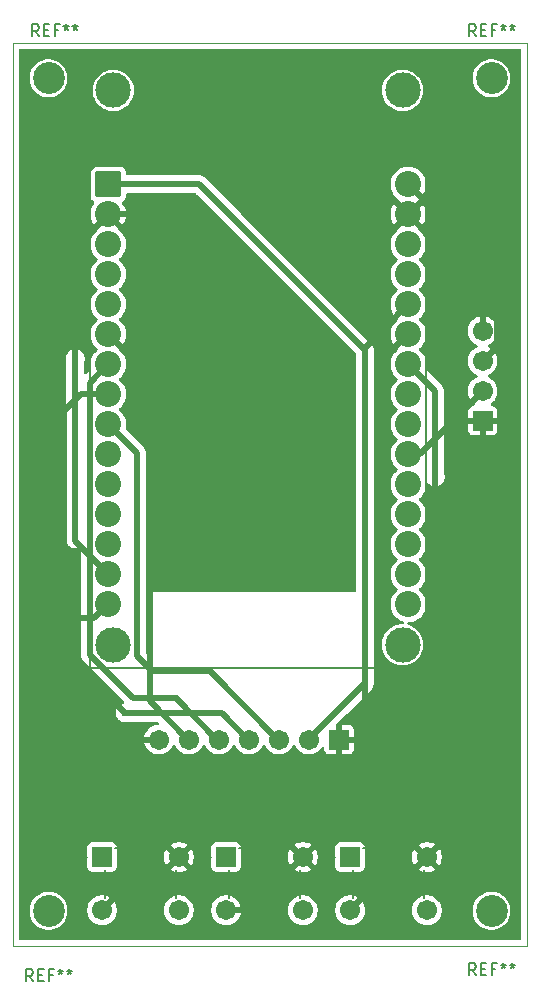
<source format=gbr>
%TF.GenerationSoftware,KiCad,Pcbnew,9.0.6*%
%TF.CreationDate,2025-12-08T17:43:25-05:00*%
%TF.ProjectId,Medidor_Consumo_Energetico,4d656469-646f-4725-9f43-6f6e73756d6f,rev?*%
%TF.SameCoordinates,Original*%
%TF.FileFunction,Profile,NP*%
%FSLAX46Y46*%
G04 Gerber Fmt 4.6, Leading zero omitted, Abs format (unit mm)*
G04 Created by KiCad (PCBNEW 9.0.6) date 2025-12-08 17:43:25*
%MOMM*%
%LPD*%
G01*
G04 APERTURE LIST*
G04 Aperture macros list*
%AMRoundRect*
0 Rectangle with rounded corners*
0 $1 Rounding radius*
0 $2 $3 $4 $5 $6 $7 $8 $9 X,Y pos of 4 corners*
0 Add a 4 corners polygon primitive as box body*
4,1,4,$2,$3,$4,$5,$6,$7,$8,$9,$2,$3,0*
0 Add four circle primitives for the rounded corners*
1,1,$1+$1,$2,$3*
1,1,$1+$1,$4,$5*
1,1,$1+$1,$6,$7*
1,1,$1+$1,$8,$9*
0 Add four rect primitives between the rounded corners*
20,1,$1+$1,$2,$3,$4,$5,0*
20,1,$1+$1,$4,$5,$6,$7,0*
20,1,$1+$1,$6,$7,$8,$9,0*
20,1,$1+$1,$8,$9,$2,$3,0*%
G04 Aperture macros list end*
%TA.AperFunction,Profile*%
%ADD10C,0.050000*%
%TD*%
%TA.AperFunction,ComponentPad*%
%ADD11R,2.000000X2.000000*%
%TD*%
%TA.AperFunction,ComponentPad*%
%ADD12C,2.000000*%
%TD*%
%TA.AperFunction,ComponentPad*%
%ADD13R,1.508000X1.508000*%
%TD*%
%TA.AperFunction,ComponentPad*%
%ADD14C,1.508000*%
%TD*%
%TA.AperFunction,ViaPad*%
%ADD15C,0.600000*%
%TD*%
%TA.AperFunction,Conductor*%
%ADD16C,0.500000*%
%TD*%
%ADD17C,2.700000*%
%ADD18C,3.000000*%
%ADD19RoundRect,0.102000X-1.000000X-1.000000X1.000000X-1.000000X1.000000X1.000000X-1.000000X1.000000X0*%
%ADD20C,2.204000*%
%ADD21RoundRect,0.102000X0.754000X0.754000X-0.754000X0.754000X-0.754000X-0.754000X0.754000X-0.754000X0*%
%ADD22C,1.712000*%
%ADD23RoundRect,0.102000X-0.754000X-0.754000X0.754000X-0.754000X0.754000X0.754000X-0.754000X0.754000X0*%
%ADD24RoundRect,0.102000X-0.754000X0.754000X-0.754000X-0.754000X0.754000X-0.754000X0.754000X0.754000X0*%
%ADD25C,0.150000*%
%ADD26C,0.127000*%
%ADD27C,0.200000*%
%ADD28C,0.100000*%
G04 APERTURE END LIST*
D10*
X126500000Y-78000000D02*
X170000000Y-78000000D01*
X170000000Y-78000000D02*
X170000000Y-154500000D01*
X126500000Y-154500000D02*
X126500000Y-78000000D01*
X126500000Y-154500000D02*
X170000000Y-154500000D01*
D11*
%TO.P,U1,1,3V3*%
%TO.N,+3V3*%
X134550000Y-89985000D03*
D12*
%TO.P,U1,2,GND*%
%TO.N,GND*%
X134550000Y-92525000D03*
%TO.P,U1,3,D15*%
%TO.N,unconnected-(U1-D15-Pad3)*%
X134550000Y-95065000D03*
%TO.P,U1,4,D2*%
%TO.N,unconnected-(U1-D2-Pad4)*%
X134550000Y-97605000D03*
%TO.P,U1,5,D4*%
%TO.N,unconnected-(U1-D4-Pad5)*%
X134550000Y-100145000D03*
%TO.P,U1,6,D16*%
%TO.N,D16*%
X134550000Y-102685000D03*
%TO.P,U1,7,D17*%
%TO.N,D17*%
X134550000Y-105225000D03*
%TO.P,U1,8,D5*%
%TO.N,D5*%
X134550000Y-107765000D03*
%TO.P,U1,9,D18*%
%TO.N,D18*%
X134550000Y-110305000D03*
%TO.P,U1,10,D19*%
%TO.N,unconnected-(U1-D19-Pad10)*%
X134550000Y-112845000D03*
%TO.P,U1,11,D21*%
%TO.N,unconnected-(U1-D21-Pad11)*%
X134550000Y-115385000D03*
%TO.P,U1,12,RX0*%
%TO.N,unconnected-(U1-RX0-Pad12)*%
X134550000Y-117925000D03*
%TO.P,U1,13,TX0*%
%TO.N,unconnected-(U1-TX0-Pad13)*%
X134550000Y-120465000D03*
%TO.P,U1,14,D22*%
%TO.N,D22*%
X134550000Y-123005000D03*
%TO.P,U1,15,D23*%
%TO.N,D23*%
X134550000Y-125545000D03*
%TO.P,U1,16,EN*%
%TO.N,unconnected-(U1-EN-Pad16)*%
X159950000Y-125545000D03*
%TO.P,U1,17,VP*%
%TO.N,unconnected-(U1-VP-Pad17)*%
X159950000Y-123005000D03*
%TO.P,U1,18,VN*%
%TO.N,unconnected-(U1-VN-Pad18)*%
X159950000Y-120465000D03*
%TO.P,U1,19,D34*%
%TO.N,unconnected-(U1-D34-Pad19)*%
X159950000Y-117925000D03*
%TO.P,U1,20,D35*%
%TO.N,unconnected-(U1-D35-Pad20)*%
X159950000Y-115385000D03*
%TO.P,U1,21,D32*%
%TO.N,D21*%
X159950000Y-112845000D03*
%TO.P,U1,22,D33*%
%TO.N,unconnected-(U1-D33-Pad22)*%
X159950000Y-110305000D03*
%TO.P,U1,23,D25*%
%TO.N,unconnected-(U1-D25-Pad23)*%
X159950000Y-107765000D03*
%TO.P,U1,24,D26*%
%TO.N,D26*%
X159950000Y-105225000D03*
%TO.P,U1,25,D27*%
%TO.N,D27*%
X159950000Y-102685000D03*
%TO.P,U1,26,D14*%
%TO.N,D14*%
X159950000Y-100145000D03*
%TO.P,U1,27,D12*%
%TO.N,unconnected-(U1-D12-Pad27)*%
X159950000Y-97605000D03*
%TO.P,U1,28,D13*%
%TO.N,unconnected-(U1-D13-Pad28)*%
X159950000Y-95065000D03*
%TO.P,U1,29,GND*%
%TO.N,GND*%
X159950000Y-92525000D03*
%TO.P,U1,30,VIN*%
%TO.N,+5V*%
X159950000Y-89985000D03*
%TD*%
D13*
%TO.P,U4,1,GND*%
%TO.N,GND*%
X154080000Y-137000000D03*
D14*
%TO.P,U4,2,VCC_IN*%
%TO.N,+3V3*%
X151540000Y-137000000D03*
%TO.P,U4,3,SCL*%
%TO.N,D18*%
X149000000Y-137000000D03*
%TO.P,U4,4,SDA*%
%TO.N,D23*%
X146460000Y-137000000D03*
%TO.P,U4,5,RES*%
%TO.N,D17*%
X143920000Y-137000000D03*
%TO.P,U4,6,DC*%
%TO.N,D16*%
X141380000Y-137000000D03*
%TO.P,U4,7,CS*%
%TO.N,D5*%
X138840000Y-137000000D03*
%TD*%
D13*
%TO.P,S3,1*%
%TO.N,unconnected-(S3-Pad1)*%
X155025000Y-146950000D03*
D14*
%TO.P,S3,2*%
%TO.N,GND*%
X161525000Y-146950000D03*
%TO.P,S3,3*%
%TO.N,D26*%
X155025000Y-151450000D03*
%TO.P,S3,4*%
%TO.N,unconnected-(S3-Pad4)*%
X161525000Y-151450000D03*
%TD*%
%TO.P,U3,1,VCC*%
%TO.N,+5V*%
X166250000Y-102420000D03*
%TO.P,U3,2,RX*%
%TO.N,D22*%
X166250000Y-104960000D03*
%TO.P,U3,3,TX*%
%TO.N,D21*%
X166250000Y-107500000D03*
D13*
%TO.P,U3,4,GND*%
%TO.N,GND*%
X166250000Y-110000000D03*
%TD*%
%TO.P,S2,1*%
%TO.N,unconnected-(S2-Pad1)*%
X144525000Y-146950000D03*
D14*
%TO.P,S2,2*%
%TO.N,GND*%
X151025000Y-146950000D03*
%TO.P,S2,3*%
%TO.N,D27*%
X144525000Y-151450000D03*
%TO.P,S2,4*%
%TO.N,unconnected-(S2-Pad4)*%
X151025000Y-151450000D03*
%TD*%
D13*
%TO.P,S1,1*%
%TO.N,unconnected-(S1-Pad1)*%
X134025000Y-146950000D03*
D14*
%TO.P,S1,2*%
%TO.N,GND*%
X140525000Y-146950000D03*
%TO.P,S1,3*%
%TO.N,D14*%
X134025000Y-151450000D03*
%TO.P,S1,4*%
%TO.N,unconnected-(S1-Pad4)*%
X140525000Y-151450000D03*
%TD*%
D15*
%TO.N,D23*%
X136000000Y-134750000D03*
%TO.N,D17*%
X140250000Y-133500000D03*
%TO.N,D26*%
X162250000Y-114750000D03*
%TO.N,D22*%
X131750000Y-104750000D03*
X131750000Y-120000000D03*
%TD*%
D16*
%TO.N,GND*%
X134550000Y-92525000D02*
X140975000Y-92525000D01*
%TO.N,D23*%
X146420000Y-137000000D02*
X144170000Y-134750000D01*
X144170000Y-134750000D02*
X136000000Y-134750000D01*
%TO.N,D18*%
X138236032Y-131226000D02*
X136971000Y-129960968D01*
X148960000Y-137000000D02*
X143186000Y-131226000D01*
X143186000Y-131226000D02*
X138236032Y-131226000D01*
X136971000Y-112726000D02*
X134550000Y-110305000D01*
X136971000Y-129960968D02*
X136971000Y-112726000D01*
%TO.N,D17*%
X136665159Y-133500000D02*
X132969000Y-129803841D01*
X140250000Y-133500000D02*
X136665159Y-133500000D01*
X132969000Y-106806000D02*
X134550000Y-105225000D01*
X132969000Y-129803841D02*
X132969000Y-106806000D01*
%TO.N,D26*%
X162250000Y-107525000D02*
X159950000Y-105225000D01*
X162250000Y-114750000D02*
X162250000Y-107525000D01*
%TO.N,D22*%
X131750000Y-104750000D02*
X131750000Y-120000000D01*
%TO.N,+3V3*%
X156281000Y-132219000D02*
X151500000Y-137000000D01*
X142235000Y-89985000D02*
X156281000Y-104031000D01*
X134550000Y-89985000D02*
X142235000Y-89985000D01*
X156281000Y-104031000D02*
X156281000Y-132219000D01*
X134565000Y-90000000D02*
X134550000Y-89985000D01*
%TD*%
%TA.AperFunction,Conductor*%
%TO.N,GND*%
G36*
X141939809Y-90755185D02*
G01*
X141960451Y-90771819D01*
X155494181Y-104305549D01*
X155527666Y-104366872D01*
X155530500Y-104393230D01*
X155530500Y-124361000D01*
X155510815Y-124428039D01*
X155458011Y-124473794D01*
X155406500Y-124485000D01*
X138340000Y-124485000D01*
X138340000Y-129969238D01*
X138320315Y-130036277D01*
X138267511Y-130082032D01*
X138198353Y-130091976D01*
X138134797Y-130062951D01*
X138128319Y-130056919D01*
X137757819Y-129686419D01*
X137724334Y-129625096D01*
X137721500Y-129598738D01*
X137721500Y-112652079D01*
X137692659Y-112507092D01*
X137692658Y-112507091D01*
X137692658Y-112507087D01*
X137636084Y-112370505D01*
X137603186Y-112321270D01*
X137568267Y-112269008D01*
X137553956Y-112247589D01*
X137553952Y-112247584D01*
X136051280Y-110744912D01*
X136017795Y-110683589D01*
X136016488Y-110637836D01*
X136043716Y-110465925D01*
X136050500Y-110423096D01*
X136050500Y-110186902D01*
X136013553Y-109953631D01*
X135965911Y-109807007D01*
X135940568Y-109729008D01*
X135940566Y-109729005D01*
X135940566Y-109729003D01*
X135865015Y-109580727D01*
X135833343Y-109518567D01*
X135694517Y-109327490D01*
X135527510Y-109160483D01*
X135492872Y-109135317D01*
X135450207Y-109079989D01*
X135444228Y-109010375D01*
X135476833Y-108948580D01*
X135492873Y-108934682D01*
X135527510Y-108909517D01*
X135694517Y-108742510D01*
X135833343Y-108551433D01*
X135940568Y-108340992D01*
X136013553Y-108116368D01*
X136050500Y-107883097D01*
X136050500Y-107646902D01*
X136013553Y-107413631D01*
X135946166Y-107206237D01*
X135940568Y-107189008D01*
X135940566Y-107189005D01*
X135940566Y-107189003D01*
X135853660Y-107018441D01*
X135833343Y-106978567D01*
X135694517Y-106787490D01*
X135527510Y-106620483D01*
X135492872Y-106595317D01*
X135450207Y-106539989D01*
X135444228Y-106470375D01*
X135476833Y-106408580D01*
X135492873Y-106394682D01*
X135527510Y-106369517D01*
X135694517Y-106202510D01*
X135833343Y-106011433D01*
X135940568Y-105800992D01*
X136013553Y-105576368D01*
X136050500Y-105343097D01*
X136050500Y-105106902D01*
X136013553Y-104873631D01*
X135946166Y-104666237D01*
X135940568Y-104649008D01*
X135940566Y-104649005D01*
X135940566Y-104649003D01*
X135853660Y-104478441D01*
X135833343Y-104438567D01*
X135694517Y-104247490D01*
X135527510Y-104080483D01*
X135492872Y-104055317D01*
X135450207Y-103999989D01*
X135444228Y-103930375D01*
X135476833Y-103868580D01*
X135492873Y-103854682D01*
X135527510Y-103829517D01*
X135694517Y-103662510D01*
X135833343Y-103471433D01*
X135940568Y-103260992D01*
X136013553Y-103036368D01*
X136050500Y-102803097D01*
X136050500Y-102566902D01*
X136013553Y-102333631D01*
X135946166Y-102126237D01*
X135940568Y-102109008D01*
X135940566Y-102109005D01*
X135940566Y-102109003D01*
X135853660Y-101938441D01*
X135833343Y-101898567D01*
X135694517Y-101707490D01*
X135527510Y-101540483D01*
X135492872Y-101515317D01*
X135450207Y-101459989D01*
X135444228Y-101390375D01*
X135476833Y-101328580D01*
X135492873Y-101314682D01*
X135527510Y-101289517D01*
X135694517Y-101122510D01*
X135833343Y-100931433D01*
X135940568Y-100720992D01*
X136013553Y-100496368D01*
X136050500Y-100263097D01*
X136050500Y-100026902D01*
X136013553Y-99793631D01*
X135940566Y-99569003D01*
X135833342Y-99358566D01*
X135694517Y-99167490D01*
X135527510Y-99000483D01*
X135492872Y-98975317D01*
X135450207Y-98919989D01*
X135444228Y-98850375D01*
X135476833Y-98788580D01*
X135492873Y-98774682D01*
X135527510Y-98749517D01*
X135694517Y-98582510D01*
X135833343Y-98391433D01*
X135940568Y-98180992D01*
X136013553Y-97956368D01*
X136050500Y-97723097D01*
X136050500Y-97486902D01*
X136013553Y-97253631D01*
X135940566Y-97029003D01*
X135833342Y-96818566D01*
X135694517Y-96627490D01*
X135527510Y-96460483D01*
X135492872Y-96435317D01*
X135450207Y-96379989D01*
X135444228Y-96310375D01*
X135476833Y-96248580D01*
X135492873Y-96234682D01*
X135527510Y-96209517D01*
X135694517Y-96042510D01*
X135833343Y-95851433D01*
X135940568Y-95640992D01*
X136013553Y-95416368D01*
X136050500Y-95183097D01*
X136050500Y-94946902D01*
X136013553Y-94713631D01*
X135940566Y-94489003D01*
X135833342Y-94278566D01*
X135694517Y-94087490D01*
X135527510Y-93920483D01*
X135468282Y-93877451D01*
X135425617Y-93822122D01*
X135417550Y-93767404D01*
X135419104Y-93747657D01*
X134687574Y-93016128D01*
X134746853Y-93000245D01*
X134863147Y-92933102D01*
X134958102Y-92838147D01*
X135025245Y-92721853D01*
X135041128Y-92662575D01*
X135772658Y-93394105D01*
X135772658Y-93394104D01*
X135832914Y-93311169D01*
X135832918Y-93311163D01*
X135940102Y-93100802D01*
X136013065Y-92876247D01*
X136050000Y-92643052D01*
X136050000Y-92406947D01*
X136013065Y-92173752D01*
X135940102Y-91949197D01*
X135832914Y-91738828D01*
X135742964Y-91615023D01*
X135719484Y-91549216D01*
X135735309Y-91481162D01*
X135784640Y-91433220D01*
X135784546Y-91433047D01*
X135785169Y-91432706D01*
X135785415Y-91432468D01*
X135786480Y-91431990D01*
X135792326Y-91428797D01*
X135792331Y-91428796D01*
X135907546Y-91342546D01*
X135993796Y-91227331D01*
X136044091Y-91092483D01*
X136050500Y-91032873D01*
X136050500Y-90859500D01*
X136070185Y-90792461D01*
X136122989Y-90746706D01*
X136174500Y-90735500D01*
X141872770Y-90735500D01*
X141939809Y-90755185D01*
G37*
%TD.AperFunction*%
%TA.AperFunction,Conductor*%
G36*
X169442539Y-78520185D02*
G01*
X169488294Y-78572989D01*
X169499500Y-78624500D01*
X169499500Y-153875500D01*
X169479815Y-153942539D01*
X169427011Y-153988294D01*
X169375500Y-153999500D01*
X127124500Y-153999500D01*
X127057461Y-153979815D01*
X127011706Y-153927011D01*
X127000500Y-153875500D01*
X127000500Y-151374038D01*
X127899500Y-151374038D01*
X127899500Y-151625961D01*
X127938910Y-151874785D01*
X128016760Y-152114383D01*
X128131132Y-152338848D01*
X128279201Y-152542649D01*
X128279205Y-152542654D01*
X128457345Y-152720794D01*
X128457350Y-152720798D01*
X128635117Y-152849952D01*
X128661155Y-152868870D01*
X128804184Y-152941747D01*
X128885616Y-152983239D01*
X128885618Y-152983239D01*
X128885621Y-152983241D01*
X129125215Y-153061090D01*
X129374038Y-153100500D01*
X129374039Y-153100500D01*
X129625961Y-153100500D01*
X129625962Y-153100500D01*
X129874785Y-153061090D01*
X130114379Y-152983241D01*
X130338845Y-152868870D01*
X130542656Y-152720793D01*
X130720793Y-152542656D01*
X130868870Y-152338845D01*
X130983241Y-152114379D01*
X131061090Y-151874785D01*
X131100500Y-151625962D01*
X131100500Y-151374038D01*
X131096893Y-151351263D01*
X132770500Y-151351263D01*
X132770500Y-151548736D01*
X132801389Y-151743763D01*
X132843961Y-151874785D01*
X132862409Y-151931561D01*
X132952056Y-152107501D01*
X132952058Y-152107504D01*
X133068115Y-152267246D01*
X133207753Y-152406884D01*
X133357234Y-152515486D01*
X133367499Y-152522944D01*
X133543439Y-152612591D01*
X133668637Y-152653270D01*
X133731236Y-152673610D01*
X133926264Y-152704500D01*
X133926269Y-152704500D01*
X134123736Y-152704500D01*
X134318763Y-152673610D01*
X134506561Y-152612591D01*
X134682501Y-152522944D01*
X134772192Y-152457779D01*
X134842246Y-152406884D01*
X134842248Y-152406881D01*
X134842252Y-152406879D01*
X134981879Y-152267252D01*
X134981881Y-152267248D01*
X134981884Y-152267246D01*
X135032779Y-152197192D01*
X135097944Y-152107501D01*
X135187591Y-151931561D01*
X135248610Y-151743763D01*
X135267268Y-151625961D01*
X135279500Y-151548736D01*
X135279500Y-151351263D01*
X139270500Y-151351263D01*
X139270500Y-151548736D01*
X139301389Y-151743763D01*
X139343961Y-151874785D01*
X139362409Y-151931561D01*
X139452056Y-152107501D01*
X139452058Y-152107504D01*
X139568115Y-152267246D01*
X139707753Y-152406884D01*
X139857234Y-152515486D01*
X139867499Y-152522944D01*
X140043439Y-152612591D01*
X140168637Y-152653270D01*
X140231236Y-152673610D01*
X140426264Y-152704500D01*
X140426269Y-152704500D01*
X140623736Y-152704500D01*
X140818763Y-152673610D01*
X141006561Y-152612591D01*
X141182501Y-152522944D01*
X141272192Y-152457779D01*
X141342246Y-152406884D01*
X141342248Y-152406881D01*
X141342252Y-152406879D01*
X141481879Y-152267252D01*
X141481881Y-152267248D01*
X141481884Y-152267246D01*
X141532779Y-152197192D01*
X141597944Y-152107501D01*
X141687591Y-151931561D01*
X141748610Y-151743763D01*
X141767268Y-151625961D01*
X141779500Y-151548736D01*
X141779500Y-151351263D01*
X143270500Y-151351263D01*
X143270500Y-151548736D01*
X143301389Y-151743763D01*
X143343961Y-151874785D01*
X143362409Y-151931561D01*
X143452056Y-152107501D01*
X143452058Y-152107504D01*
X143568115Y-152267246D01*
X143707753Y-152406884D01*
X143857234Y-152515486D01*
X143867499Y-152522944D01*
X144043439Y-152612591D01*
X144168637Y-152653270D01*
X144231236Y-152673610D01*
X144426264Y-152704500D01*
X144426269Y-152704500D01*
X144623736Y-152704500D01*
X144818763Y-152673610D01*
X145006561Y-152612591D01*
X145182501Y-152522944D01*
X145272192Y-152457779D01*
X145342246Y-152406884D01*
X145342248Y-152406881D01*
X145342252Y-152406879D01*
X145481879Y-152267252D01*
X145481881Y-152267248D01*
X145481884Y-152267246D01*
X145532779Y-152197192D01*
X145597944Y-152107501D01*
X145687591Y-151931561D01*
X145748610Y-151743763D01*
X145767268Y-151625961D01*
X145779500Y-151548736D01*
X145779500Y-151351263D01*
X149770500Y-151351263D01*
X149770500Y-151548736D01*
X149801389Y-151743763D01*
X149843961Y-151874785D01*
X149862409Y-151931561D01*
X149952056Y-152107501D01*
X149952058Y-152107504D01*
X150068115Y-152267246D01*
X150207753Y-152406884D01*
X150357234Y-152515486D01*
X150367499Y-152522944D01*
X150543439Y-152612591D01*
X150668637Y-152653270D01*
X150731236Y-152673610D01*
X150926264Y-152704500D01*
X150926269Y-152704500D01*
X151123736Y-152704500D01*
X151318763Y-152673610D01*
X151506561Y-152612591D01*
X151682501Y-152522944D01*
X151772192Y-152457779D01*
X151842246Y-152406884D01*
X151842248Y-152406881D01*
X151842252Y-152406879D01*
X151981879Y-152267252D01*
X151981881Y-152267248D01*
X151981884Y-152267246D01*
X152032779Y-152197192D01*
X152097944Y-152107501D01*
X152187591Y-151931561D01*
X152248610Y-151743763D01*
X152267268Y-151625961D01*
X152279500Y-151548736D01*
X152279500Y-151351263D01*
X153770500Y-151351263D01*
X153770500Y-151548736D01*
X153801389Y-151743763D01*
X153843961Y-151874785D01*
X153862409Y-151931561D01*
X153952056Y-152107501D01*
X153952058Y-152107504D01*
X154068115Y-152267246D01*
X154207753Y-152406884D01*
X154357234Y-152515486D01*
X154367499Y-152522944D01*
X154543439Y-152612591D01*
X154668637Y-152653270D01*
X154731236Y-152673610D01*
X154926264Y-152704500D01*
X154926269Y-152704500D01*
X155123736Y-152704500D01*
X155318763Y-152673610D01*
X155506561Y-152612591D01*
X155682501Y-152522944D01*
X155772192Y-152457779D01*
X155842246Y-152406884D01*
X155842248Y-152406881D01*
X155842252Y-152406879D01*
X155981879Y-152267252D01*
X155981881Y-152267248D01*
X155981884Y-152267246D01*
X156032779Y-152197192D01*
X156097944Y-152107501D01*
X156187591Y-151931561D01*
X156248610Y-151743763D01*
X156267268Y-151625961D01*
X156279500Y-151548736D01*
X156279500Y-151351263D01*
X160270500Y-151351263D01*
X160270500Y-151548736D01*
X160301389Y-151743763D01*
X160343961Y-151874785D01*
X160362409Y-151931561D01*
X160452056Y-152107501D01*
X160452058Y-152107504D01*
X160568115Y-152267246D01*
X160707753Y-152406884D01*
X160857234Y-152515486D01*
X160867499Y-152522944D01*
X161043439Y-152612591D01*
X161168637Y-152653270D01*
X161231236Y-152673610D01*
X161426264Y-152704500D01*
X161426269Y-152704500D01*
X161623736Y-152704500D01*
X161818763Y-152673610D01*
X162006561Y-152612591D01*
X162182501Y-152522944D01*
X162272192Y-152457779D01*
X162342246Y-152406884D01*
X162342248Y-152406881D01*
X162342252Y-152406879D01*
X162481879Y-152267252D01*
X162481881Y-152267248D01*
X162481884Y-152267246D01*
X162532779Y-152197192D01*
X162597944Y-152107501D01*
X162687591Y-151931561D01*
X162748610Y-151743763D01*
X162767268Y-151625961D01*
X162779500Y-151548736D01*
X162779500Y-151374038D01*
X165399500Y-151374038D01*
X165399500Y-151625961D01*
X165438910Y-151874785D01*
X165516760Y-152114383D01*
X165631132Y-152338848D01*
X165779201Y-152542649D01*
X165779205Y-152542654D01*
X165957345Y-152720794D01*
X165957350Y-152720798D01*
X166135117Y-152849952D01*
X166161155Y-152868870D01*
X166304184Y-152941747D01*
X166385616Y-152983239D01*
X166385618Y-152983239D01*
X166385621Y-152983241D01*
X166625215Y-153061090D01*
X166874038Y-153100500D01*
X166874039Y-153100500D01*
X167125961Y-153100500D01*
X167125962Y-153100500D01*
X167374785Y-153061090D01*
X167614379Y-152983241D01*
X167838845Y-152868870D01*
X168042656Y-152720793D01*
X168220793Y-152542656D01*
X168368870Y-152338845D01*
X168483241Y-152114379D01*
X168561090Y-151874785D01*
X168600500Y-151625962D01*
X168600500Y-151374038D01*
X168561090Y-151125215D01*
X168483241Y-150885621D01*
X168483239Y-150885618D01*
X168483239Y-150885616D01*
X168435791Y-150792495D01*
X168368870Y-150661155D01*
X168348231Y-150632748D01*
X168220798Y-150457350D01*
X168220794Y-150457345D01*
X168042654Y-150279205D01*
X168042649Y-150279201D01*
X167838848Y-150131132D01*
X167838847Y-150131131D01*
X167838845Y-150131130D01*
X167768747Y-150095413D01*
X167614383Y-150016760D01*
X167374785Y-149938910D01*
X167125962Y-149899500D01*
X166874038Y-149899500D01*
X166749626Y-149919205D01*
X166625214Y-149938910D01*
X166385616Y-150016760D01*
X166161151Y-150131132D01*
X165957350Y-150279201D01*
X165957345Y-150279205D01*
X165779205Y-150457345D01*
X165779201Y-150457350D01*
X165631132Y-150661151D01*
X165516760Y-150885616D01*
X165438910Y-151125214D01*
X165399500Y-151374038D01*
X162779500Y-151374038D01*
X162779500Y-151351263D01*
X162748610Y-151156236D01*
X162728270Y-151093637D01*
X162687591Y-150968439D01*
X162597944Y-150792499D01*
X162590486Y-150782234D01*
X162481884Y-150632753D01*
X162342246Y-150493115D01*
X162182504Y-150377058D01*
X162182503Y-150377057D01*
X162182501Y-150377056D01*
X162006561Y-150287409D01*
X161981312Y-150279205D01*
X161818763Y-150226389D01*
X161623736Y-150195500D01*
X161623731Y-150195500D01*
X161426269Y-150195500D01*
X161426264Y-150195500D01*
X161231236Y-150226389D01*
X161043441Y-150287408D01*
X160867495Y-150377058D01*
X160707753Y-150493115D01*
X160568115Y-150632753D01*
X160452058Y-150792495D01*
X160362408Y-150968441D01*
X160301389Y-151156236D01*
X160270500Y-151351263D01*
X156279500Y-151351263D01*
X156248610Y-151156236D01*
X156228270Y-151093637D01*
X156187591Y-150968439D01*
X156097944Y-150792499D01*
X156090486Y-150782234D01*
X155981884Y-150632753D01*
X155842246Y-150493115D01*
X155682504Y-150377058D01*
X155682503Y-150377057D01*
X155682501Y-150377056D01*
X155506561Y-150287409D01*
X155481312Y-150279205D01*
X155318763Y-150226389D01*
X155123736Y-150195500D01*
X155123731Y-150195500D01*
X154926269Y-150195500D01*
X154926264Y-150195500D01*
X154731236Y-150226389D01*
X154543441Y-150287408D01*
X154367495Y-150377058D01*
X154207753Y-150493115D01*
X154068115Y-150632753D01*
X153952058Y-150792495D01*
X153862408Y-150968441D01*
X153801389Y-151156236D01*
X153770500Y-151351263D01*
X152279500Y-151351263D01*
X152248610Y-151156236D01*
X152228270Y-151093637D01*
X152187591Y-150968439D01*
X152097944Y-150792499D01*
X152090486Y-150782234D01*
X151981884Y-150632753D01*
X151842246Y-150493115D01*
X151682504Y-150377058D01*
X151682503Y-150377057D01*
X151682501Y-150377056D01*
X151506561Y-150287409D01*
X151481312Y-150279205D01*
X151318763Y-150226389D01*
X151123736Y-150195500D01*
X151123731Y-150195500D01*
X150926269Y-150195500D01*
X150926264Y-150195500D01*
X150731236Y-150226389D01*
X150543441Y-150287408D01*
X150367495Y-150377058D01*
X150207753Y-150493115D01*
X150068115Y-150632753D01*
X149952058Y-150792495D01*
X149862408Y-150968441D01*
X149801389Y-151156236D01*
X149770500Y-151351263D01*
X145779500Y-151351263D01*
X145748610Y-151156236D01*
X145728270Y-151093637D01*
X145687591Y-150968439D01*
X145597944Y-150792499D01*
X145590486Y-150782234D01*
X145481884Y-150632753D01*
X145342246Y-150493115D01*
X145182504Y-150377058D01*
X145182503Y-150377057D01*
X145182501Y-150377056D01*
X145006561Y-150287409D01*
X144981312Y-150279205D01*
X144818763Y-150226389D01*
X144623736Y-150195500D01*
X144623731Y-150195500D01*
X144426269Y-150195500D01*
X144426264Y-150195500D01*
X144231236Y-150226389D01*
X144043441Y-150287408D01*
X143867495Y-150377058D01*
X143707753Y-150493115D01*
X143568115Y-150632753D01*
X143452058Y-150792495D01*
X143362408Y-150968441D01*
X143301389Y-151156236D01*
X143270500Y-151351263D01*
X141779500Y-151351263D01*
X141748610Y-151156236D01*
X141728270Y-151093637D01*
X141687591Y-150968439D01*
X141597944Y-150792499D01*
X141590486Y-150782234D01*
X141481884Y-150632753D01*
X141342246Y-150493115D01*
X141182504Y-150377058D01*
X141182503Y-150377057D01*
X141182501Y-150377056D01*
X141006561Y-150287409D01*
X140981312Y-150279205D01*
X140818763Y-150226389D01*
X140623736Y-150195500D01*
X140623731Y-150195500D01*
X140426269Y-150195500D01*
X140426264Y-150195500D01*
X140231236Y-150226389D01*
X140043441Y-150287408D01*
X139867495Y-150377058D01*
X139707753Y-150493115D01*
X139568115Y-150632753D01*
X139452058Y-150792495D01*
X139362408Y-150968441D01*
X139301389Y-151156236D01*
X139270500Y-151351263D01*
X135279500Y-151351263D01*
X135248610Y-151156236D01*
X135228270Y-151093637D01*
X135187591Y-150968439D01*
X135097944Y-150792499D01*
X135090486Y-150782234D01*
X134981884Y-150632753D01*
X134842246Y-150493115D01*
X134682504Y-150377058D01*
X134682503Y-150377057D01*
X134682501Y-150377056D01*
X134506561Y-150287409D01*
X134481312Y-150279205D01*
X134318763Y-150226389D01*
X134123736Y-150195500D01*
X134123731Y-150195500D01*
X133926269Y-150195500D01*
X133926264Y-150195500D01*
X133731236Y-150226389D01*
X133543441Y-150287408D01*
X133367495Y-150377058D01*
X133207753Y-150493115D01*
X133068115Y-150632753D01*
X132952058Y-150792495D01*
X132862408Y-150968441D01*
X132801389Y-151156236D01*
X132770500Y-151351263D01*
X131096893Y-151351263D01*
X131061090Y-151125215D01*
X130983241Y-150885621D01*
X130983239Y-150885618D01*
X130983239Y-150885616D01*
X130935791Y-150792495D01*
X130868870Y-150661155D01*
X130848231Y-150632748D01*
X130720798Y-150457350D01*
X130720794Y-150457345D01*
X130542654Y-150279205D01*
X130542649Y-150279201D01*
X130338848Y-150131132D01*
X130338847Y-150131131D01*
X130338845Y-150131130D01*
X130268747Y-150095413D01*
X130114383Y-150016760D01*
X129874785Y-149938910D01*
X129625962Y-149899500D01*
X129374038Y-149899500D01*
X129249626Y-149919205D01*
X129125214Y-149938910D01*
X128885616Y-150016760D01*
X128661151Y-150131132D01*
X128457350Y-150279201D01*
X128457345Y-150279205D01*
X128279205Y-150457345D01*
X128279201Y-150457350D01*
X128131132Y-150661151D01*
X128016760Y-150885616D01*
X127938910Y-151125214D01*
X127899500Y-151374038D01*
X127000500Y-151374038D01*
X127000500Y-146148135D01*
X132770500Y-146148135D01*
X132770500Y-147751870D01*
X132770501Y-147751876D01*
X132776908Y-147811483D01*
X132827202Y-147946328D01*
X132827206Y-147946335D01*
X132913452Y-148061544D01*
X132913455Y-148061547D01*
X133028664Y-148147793D01*
X133028671Y-148147797D01*
X133163517Y-148198091D01*
X133163516Y-148198091D01*
X133170444Y-148198835D01*
X133223127Y-148204500D01*
X134826872Y-148204499D01*
X134886483Y-148198091D01*
X135021331Y-148147796D01*
X135136546Y-148061546D01*
X135222796Y-147946331D01*
X135225675Y-147938611D01*
X135237858Y-147905949D01*
X135273091Y-147811482D01*
X135279500Y-147751873D01*
X135279499Y-146851302D01*
X139271000Y-146851302D01*
X139271000Y-147048697D01*
X139301876Y-147243646D01*
X139362873Y-147431373D01*
X139452483Y-147607239D01*
X139478457Y-147642988D01*
X139478457Y-147642989D01*
X140042037Y-147079409D01*
X140059075Y-147142993D01*
X140124901Y-147257007D01*
X140217993Y-147350099D01*
X140332007Y-147415925D01*
X140395590Y-147432962D01*
X139832009Y-147996541D01*
X139832010Y-147996542D01*
X139867755Y-148022512D01*
X139867768Y-148022520D01*
X140043626Y-148112126D01*
X140231353Y-148173123D01*
X140426303Y-148204000D01*
X140623697Y-148204000D01*
X140818646Y-148173123D01*
X141006373Y-148112126D01*
X141182241Y-148022516D01*
X141217988Y-147996543D01*
X141217988Y-147996541D01*
X140654410Y-147432962D01*
X140717993Y-147415925D01*
X140832007Y-147350099D01*
X140925099Y-147257007D01*
X140990925Y-147142993D01*
X141007962Y-147079409D01*
X141571541Y-147642988D01*
X141571543Y-147642988D01*
X141597516Y-147607241D01*
X141687126Y-147431373D01*
X141748123Y-147243646D01*
X141779000Y-147048697D01*
X141779000Y-146851302D01*
X141748123Y-146656353D01*
X141687126Y-146468626D01*
X141597520Y-146292768D01*
X141597512Y-146292755D01*
X141571542Y-146257010D01*
X141571541Y-146257009D01*
X141007962Y-146820589D01*
X140990925Y-146757007D01*
X140925099Y-146642993D01*
X140832007Y-146549901D01*
X140717993Y-146484075D01*
X140654409Y-146467037D01*
X140973311Y-146148135D01*
X143270500Y-146148135D01*
X143270500Y-147751870D01*
X143270501Y-147751876D01*
X143276908Y-147811483D01*
X143327202Y-147946328D01*
X143327206Y-147946335D01*
X143413452Y-148061544D01*
X143413455Y-148061547D01*
X143528664Y-148147793D01*
X143528671Y-148147797D01*
X143663517Y-148198091D01*
X143663516Y-148198091D01*
X143670444Y-148198835D01*
X143723127Y-148204500D01*
X145326872Y-148204499D01*
X145386483Y-148198091D01*
X145521331Y-148147796D01*
X145636546Y-148061546D01*
X145722796Y-147946331D01*
X145725675Y-147938611D01*
X145737858Y-147905949D01*
X145773091Y-147811482D01*
X145779500Y-147751873D01*
X145779499Y-146851302D01*
X149771000Y-146851302D01*
X149771000Y-147048697D01*
X149801876Y-147243646D01*
X149862873Y-147431373D01*
X149952483Y-147607239D01*
X149978457Y-147642988D01*
X149978457Y-147642989D01*
X150542037Y-147079409D01*
X150559075Y-147142993D01*
X150624901Y-147257007D01*
X150717993Y-147350099D01*
X150832007Y-147415925D01*
X150895590Y-147432962D01*
X150332009Y-147996541D01*
X150332010Y-147996542D01*
X150367755Y-148022512D01*
X150367768Y-148022520D01*
X150543626Y-148112126D01*
X150731353Y-148173123D01*
X150926303Y-148204000D01*
X151123697Y-148204000D01*
X151318646Y-148173123D01*
X151506373Y-148112126D01*
X151682241Y-148022516D01*
X151717988Y-147996543D01*
X151717988Y-147996541D01*
X151154410Y-147432962D01*
X151217993Y-147415925D01*
X151332007Y-147350099D01*
X151425099Y-147257007D01*
X151490925Y-147142993D01*
X151507962Y-147079409D01*
X152071541Y-147642988D01*
X152071543Y-147642988D01*
X152097516Y-147607241D01*
X152187126Y-147431373D01*
X152248123Y-147243646D01*
X152279000Y-147048697D01*
X152279000Y-146851302D01*
X152248123Y-146656353D01*
X152187126Y-146468626D01*
X152097520Y-146292768D01*
X152097512Y-146292755D01*
X152071542Y-146257010D01*
X152071541Y-146257009D01*
X151507962Y-146820589D01*
X151490925Y-146757007D01*
X151425099Y-146642993D01*
X151332007Y-146549901D01*
X151217993Y-146484075D01*
X151154409Y-146467037D01*
X151473311Y-146148135D01*
X153770500Y-146148135D01*
X153770500Y-147751870D01*
X153770501Y-147751876D01*
X153776908Y-147811483D01*
X153827202Y-147946328D01*
X153827206Y-147946335D01*
X153913452Y-148061544D01*
X153913455Y-148061547D01*
X154028664Y-148147793D01*
X154028671Y-148147797D01*
X154163517Y-148198091D01*
X154163516Y-148198091D01*
X154170444Y-148198835D01*
X154223127Y-148204500D01*
X155826872Y-148204499D01*
X155886483Y-148198091D01*
X156021331Y-148147796D01*
X156136546Y-148061546D01*
X156222796Y-147946331D01*
X156225675Y-147938611D01*
X156237858Y-147905949D01*
X156273091Y-147811482D01*
X156279500Y-147751873D01*
X156279499Y-146851302D01*
X160271000Y-146851302D01*
X160271000Y-147048697D01*
X160301876Y-147243646D01*
X160362873Y-147431373D01*
X160452483Y-147607239D01*
X160478457Y-147642988D01*
X160478457Y-147642989D01*
X161042037Y-147079409D01*
X161059075Y-147142993D01*
X161124901Y-147257007D01*
X161217993Y-147350099D01*
X161332007Y-147415925D01*
X161395590Y-147432962D01*
X160832009Y-147996541D01*
X160832010Y-147996542D01*
X160867755Y-148022512D01*
X160867768Y-148022520D01*
X161043626Y-148112126D01*
X161231353Y-148173123D01*
X161426303Y-148204000D01*
X161623697Y-148204000D01*
X161818646Y-148173123D01*
X162006373Y-148112126D01*
X162182241Y-148022516D01*
X162217988Y-147996543D01*
X162217988Y-147996541D01*
X161654410Y-147432962D01*
X161717993Y-147415925D01*
X161832007Y-147350099D01*
X161925099Y-147257007D01*
X161990925Y-147142993D01*
X162007962Y-147079409D01*
X162571541Y-147642988D01*
X162571543Y-147642988D01*
X162597516Y-147607241D01*
X162687126Y-147431373D01*
X162748123Y-147243646D01*
X162779000Y-147048697D01*
X162779000Y-146851302D01*
X162748123Y-146656353D01*
X162687126Y-146468626D01*
X162597520Y-146292768D01*
X162597512Y-146292755D01*
X162571542Y-146257010D01*
X162571541Y-146257009D01*
X162007962Y-146820589D01*
X161990925Y-146757007D01*
X161925099Y-146642993D01*
X161832007Y-146549901D01*
X161717993Y-146484075D01*
X161654409Y-146467037D01*
X162217989Y-145903457D01*
X162182239Y-145877483D01*
X162006373Y-145787873D01*
X161818646Y-145726876D01*
X161623697Y-145696000D01*
X161426303Y-145696000D01*
X161231353Y-145726876D01*
X161043626Y-145787873D01*
X160867762Y-145877482D01*
X160867760Y-145877483D01*
X160832010Y-145903456D01*
X160832010Y-145903457D01*
X161395591Y-146467037D01*
X161332007Y-146484075D01*
X161217993Y-146549901D01*
X161124901Y-146642993D01*
X161059075Y-146757007D01*
X161042037Y-146820590D01*
X160478457Y-146257010D01*
X160478456Y-146257010D01*
X160452483Y-146292760D01*
X160452482Y-146292762D01*
X160362873Y-146468626D01*
X160301876Y-146656353D01*
X160271000Y-146851302D01*
X156279499Y-146851302D01*
X156279499Y-146148128D01*
X156273091Y-146088517D01*
X156222796Y-145953669D01*
X156222795Y-145953668D01*
X156222793Y-145953664D01*
X156136547Y-145838455D01*
X156136544Y-145838452D01*
X156021335Y-145752206D01*
X156021328Y-145752202D01*
X155886482Y-145701908D01*
X155886483Y-145701908D01*
X155826883Y-145695501D01*
X155826881Y-145695500D01*
X155826873Y-145695500D01*
X155826864Y-145695500D01*
X154223129Y-145695500D01*
X154223123Y-145695501D01*
X154163516Y-145701908D01*
X154028671Y-145752202D01*
X154028664Y-145752206D01*
X153913455Y-145838452D01*
X153913452Y-145838455D01*
X153827206Y-145953664D01*
X153827202Y-145953671D01*
X153776908Y-146088517D01*
X153770501Y-146148116D01*
X153770501Y-146148123D01*
X153770500Y-146148135D01*
X151473311Y-146148135D01*
X151717989Y-145903457D01*
X151682239Y-145877483D01*
X151506373Y-145787873D01*
X151318646Y-145726876D01*
X151123697Y-145696000D01*
X150926303Y-145696000D01*
X150731353Y-145726876D01*
X150543626Y-145787873D01*
X150367762Y-145877482D01*
X150367760Y-145877483D01*
X150332010Y-145903456D01*
X150332010Y-145903457D01*
X150895591Y-146467037D01*
X150832007Y-146484075D01*
X150717993Y-146549901D01*
X150624901Y-146642993D01*
X150559075Y-146757007D01*
X150542037Y-146820590D01*
X149978457Y-146257010D01*
X149978456Y-146257010D01*
X149952483Y-146292760D01*
X149952482Y-146292762D01*
X149862873Y-146468626D01*
X149801876Y-146656353D01*
X149771000Y-146851302D01*
X145779499Y-146851302D01*
X145779499Y-146148128D01*
X145773091Y-146088517D01*
X145722796Y-145953669D01*
X145722795Y-145953668D01*
X145722793Y-145953664D01*
X145636547Y-145838455D01*
X145636544Y-145838452D01*
X145521335Y-145752206D01*
X145521328Y-145752202D01*
X145386482Y-145701908D01*
X145386483Y-145701908D01*
X145326883Y-145695501D01*
X145326881Y-145695500D01*
X145326873Y-145695500D01*
X145326864Y-145695500D01*
X143723129Y-145695500D01*
X143723123Y-145695501D01*
X143663516Y-145701908D01*
X143528671Y-145752202D01*
X143528664Y-145752206D01*
X143413455Y-145838452D01*
X143413452Y-145838455D01*
X143327206Y-145953664D01*
X143327202Y-145953671D01*
X143276908Y-146088517D01*
X143270501Y-146148116D01*
X143270501Y-146148123D01*
X143270500Y-146148135D01*
X140973311Y-146148135D01*
X141217989Y-145903457D01*
X141182239Y-145877483D01*
X141006373Y-145787873D01*
X140818646Y-145726876D01*
X140623697Y-145696000D01*
X140426303Y-145696000D01*
X140231353Y-145726876D01*
X140043626Y-145787873D01*
X139867762Y-145877482D01*
X139867760Y-145877483D01*
X139832010Y-145903456D01*
X139832010Y-145903457D01*
X140395591Y-146467037D01*
X140332007Y-146484075D01*
X140217993Y-146549901D01*
X140124901Y-146642993D01*
X140059075Y-146757007D01*
X140042037Y-146820590D01*
X139478457Y-146257010D01*
X139478456Y-146257010D01*
X139452483Y-146292760D01*
X139452482Y-146292762D01*
X139362873Y-146468626D01*
X139301876Y-146656353D01*
X139271000Y-146851302D01*
X135279499Y-146851302D01*
X135279499Y-146148128D01*
X135273091Y-146088517D01*
X135222796Y-145953669D01*
X135222795Y-145953668D01*
X135222793Y-145953664D01*
X135136547Y-145838455D01*
X135136544Y-145838452D01*
X135021335Y-145752206D01*
X135021328Y-145752202D01*
X134886482Y-145701908D01*
X134886483Y-145701908D01*
X134826883Y-145695501D01*
X134826881Y-145695500D01*
X134826873Y-145695500D01*
X134826864Y-145695500D01*
X133223129Y-145695500D01*
X133223123Y-145695501D01*
X133163516Y-145701908D01*
X133028671Y-145752202D01*
X133028664Y-145752206D01*
X132913455Y-145838452D01*
X132913452Y-145838455D01*
X132827206Y-145953664D01*
X132827202Y-145953671D01*
X132776908Y-146088517D01*
X132770501Y-146148116D01*
X132770501Y-146148123D01*
X132770500Y-146148135D01*
X127000500Y-146148135D01*
X127000500Y-104671153D01*
X130949500Y-104671153D01*
X130949500Y-104828846D01*
X130980261Y-104983489D01*
X130980263Y-104983497D01*
X130990061Y-105007151D01*
X130999500Y-105054604D01*
X130999500Y-119695396D01*
X130990062Y-119742844D01*
X130980263Y-119766503D01*
X130980262Y-119766506D01*
X130980260Y-119766511D01*
X130949500Y-119921153D01*
X130949500Y-120078846D01*
X130980261Y-120233489D01*
X130980264Y-120233501D01*
X131040602Y-120379172D01*
X131040609Y-120379185D01*
X131128210Y-120510288D01*
X131128213Y-120510292D01*
X131239707Y-120621786D01*
X131239711Y-120621789D01*
X131370814Y-120709390D01*
X131370827Y-120709397D01*
X131510424Y-120767219D01*
X131516503Y-120769737D01*
X131671153Y-120800499D01*
X131671156Y-120800500D01*
X131671158Y-120800500D01*
X131828844Y-120800500D01*
X131828845Y-120800499D01*
X131983497Y-120769737D01*
X132047050Y-120743412D01*
X132116516Y-120735944D01*
X132178995Y-120767219D01*
X132214648Y-120827307D01*
X132218500Y-120857974D01*
X132218500Y-129877759D01*
X132218500Y-129877761D01*
X132218499Y-129877761D01*
X132247340Y-130022748D01*
X132247343Y-130022758D01*
X132303914Y-130159333D01*
X132317642Y-130179878D01*
X132317643Y-130179881D01*
X132386046Y-130282255D01*
X132386052Y-130282262D01*
X135867329Y-133763537D01*
X135900814Y-133824860D01*
X135895830Y-133894552D01*
X135853958Y-133950485D01*
X135803842Y-133972835D01*
X135766505Y-133980262D01*
X135766498Y-133980264D01*
X135620827Y-134040602D01*
X135620814Y-134040609D01*
X135489711Y-134128210D01*
X135489707Y-134128213D01*
X135378213Y-134239707D01*
X135378210Y-134239711D01*
X135290609Y-134370814D01*
X135290602Y-134370827D01*
X135230264Y-134516498D01*
X135230261Y-134516510D01*
X135199500Y-134671153D01*
X135199500Y-134828846D01*
X135230261Y-134983489D01*
X135230264Y-134983501D01*
X135290602Y-135129172D01*
X135290609Y-135129185D01*
X135378210Y-135260288D01*
X135378213Y-135260292D01*
X135489707Y-135371786D01*
X135489711Y-135371789D01*
X135620814Y-135459390D01*
X135620827Y-135459397D01*
X135720060Y-135500500D01*
X135766503Y-135519737D01*
X135921153Y-135550499D01*
X135921156Y-135550500D01*
X135921158Y-135550500D01*
X136078844Y-135550500D01*
X136078845Y-135550499D01*
X136183727Y-135529637D01*
X136233488Y-135519739D01*
X136233489Y-135519738D01*
X136233497Y-135519737D01*
X136257155Y-135509937D01*
X136304604Y-135500500D01*
X138712566Y-135500500D01*
X138779605Y-135520185D01*
X138825360Y-135572989D01*
X138835304Y-135642147D01*
X138806279Y-135705703D01*
X138747501Y-135743477D01*
X138731964Y-135746973D01*
X138546236Y-135776389D01*
X138358441Y-135837408D01*
X138182495Y-135927058D01*
X138022753Y-136043115D01*
X137883115Y-136182753D01*
X137767058Y-136342495D01*
X137677408Y-136518441D01*
X137616389Y-136706236D01*
X137585500Y-136901263D01*
X137585500Y-137098736D01*
X137616389Y-137293763D01*
X137677408Y-137481558D01*
X137677409Y-137481561D01*
X137767056Y-137657501D01*
X137767058Y-137657504D01*
X137883115Y-137817246D01*
X138022753Y-137956884D01*
X138172234Y-138065486D01*
X138182499Y-138072944D01*
X138358439Y-138162591D01*
X138465417Y-138197350D01*
X138546236Y-138223610D01*
X138741264Y-138254500D01*
X138741269Y-138254500D01*
X138938736Y-138254500D01*
X139133763Y-138223610D01*
X139321561Y-138162591D01*
X139497501Y-138072944D01*
X139603288Y-137996086D01*
X139657246Y-137956884D01*
X139657248Y-137956881D01*
X139657252Y-137956879D01*
X139796879Y-137817252D01*
X139796881Y-137817248D01*
X139796884Y-137817246D01*
X139912941Y-137657505D01*
X139912942Y-137657504D01*
X139912944Y-137657501D01*
X139999517Y-137487593D01*
X140047490Y-137436800D01*
X140115311Y-137420005D01*
X140181446Y-137442542D01*
X140220482Y-137487593D01*
X140290168Y-137624357D01*
X140307058Y-137657505D01*
X140423115Y-137817246D01*
X140562753Y-137956884D01*
X140712234Y-138065486D01*
X140722499Y-138072944D01*
X140898439Y-138162591D01*
X141005417Y-138197350D01*
X141086236Y-138223610D01*
X141281264Y-138254500D01*
X141281269Y-138254500D01*
X141478736Y-138254500D01*
X141673763Y-138223610D01*
X141861561Y-138162591D01*
X142037501Y-138072944D01*
X142143288Y-137996086D01*
X142197246Y-137956884D01*
X142197248Y-137956881D01*
X142197252Y-137956879D01*
X142336879Y-137817252D01*
X142336881Y-137817248D01*
X142336884Y-137817246D01*
X142452941Y-137657505D01*
X142452942Y-137657504D01*
X142452944Y-137657501D01*
X142539517Y-137487593D01*
X142587490Y-137436800D01*
X142655311Y-137420005D01*
X142721446Y-137442542D01*
X142760482Y-137487593D01*
X142830168Y-137624357D01*
X142847058Y-137657505D01*
X142963115Y-137817246D01*
X143102753Y-137956884D01*
X143252234Y-138065486D01*
X143262499Y-138072944D01*
X143438439Y-138162591D01*
X143545417Y-138197350D01*
X143626236Y-138223610D01*
X143821264Y-138254500D01*
X143821269Y-138254500D01*
X144018736Y-138254500D01*
X144213763Y-138223610D01*
X144401561Y-138162591D01*
X144577501Y-138072944D01*
X144683288Y-137996086D01*
X144737246Y-137956884D01*
X144737248Y-137956881D01*
X144737252Y-137956879D01*
X144876879Y-137817252D01*
X144876881Y-137817248D01*
X144876884Y-137817246D01*
X144992941Y-137657505D01*
X144992942Y-137657504D01*
X144992944Y-137657501D01*
X145079517Y-137487593D01*
X145127490Y-137436800D01*
X145195311Y-137420005D01*
X145261446Y-137442542D01*
X145300482Y-137487593D01*
X145370168Y-137624357D01*
X145387058Y-137657505D01*
X145503115Y-137817246D01*
X145642753Y-137956884D01*
X145792234Y-138065486D01*
X145802499Y-138072944D01*
X145978439Y-138162591D01*
X146085417Y-138197350D01*
X146166236Y-138223610D01*
X146361264Y-138254500D01*
X146361269Y-138254500D01*
X146558736Y-138254500D01*
X146753763Y-138223610D01*
X146941561Y-138162591D01*
X147117501Y-138072944D01*
X147223288Y-137996086D01*
X147277246Y-137956884D01*
X147277248Y-137956881D01*
X147277252Y-137956879D01*
X147416879Y-137817252D01*
X147416881Y-137817248D01*
X147416884Y-137817246D01*
X147532941Y-137657505D01*
X147532942Y-137657504D01*
X147532944Y-137657501D01*
X147619517Y-137487593D01*
X147667490Y-137436800D01*
X147735311Y-137420005D01*
X147801446Y-137442542D01*
X147840482Y-137487593D01*
X147910168Y-137624357D01*
X147927058Y-137657505D01*
X148043115Y-137817246D01*
X148182753Y-137956884D01*
X148332234Y-138065486D01*
X148342499Y-138072944D01*
X148518439Y-138162591D01*
X148625417Y-138197350D01*
X148706236Y-138223610D01*
X148901264Y-138254500D01*
X148901269Y-138254500D01*
X149098736Y-138254500D01*
X149293763Y-138223610D01*
X149481561Y-138162591D01*
X149657501Y-138072944D01*
X149763288Y-137996086D01*
X149817246Y-137956884D01*
X149817248Y-137956881D01*
X149817252Y-137956879D01*
X149956879Y-137817252D01*
X149956881Y-137817248D01*
X149956884Y-137817246D01*
X150072941Y-137657505D01*
X150072942Y-137657504D01*
X150072944Y-137657501D01*
X150159517Y-137487593D01*
X150207490Y-137436800D01*
X150275311Y-137420005D01*
X150341446Y-137442542D01*
X150380482Y-137487593D01*
X150450168Y-137624357D01*
X150467058Y-137657505D01*
X150583115Y-137817246D01*
X150722753Y-137956884D01*
X150872234Y-138065486D01*
X150882499Y-138072944D01*
X151058439Y-138162591D01*
X151165417Y-138197350D01*
X151246236Y-138223610D01*
X151441264Y-138254500D01*
X151441269Y-138254500D01*
X151638736Y-138254500D01*
X151833763Y-138223610D01*
X152021561Y-138162591D01*
X152197501Y-138072944D01*
X152303288Y-137996086D01*
X152357246Y-137956884D01*
X152357248Y-137956881D01*
X152357252Y-137956879D01*
X152496879Y-137817252D01*
X152601683Y-137673000D01*
X152657011Y-137630336D01*
X152726624Y-137624357D01*
X152788420Y-137656962D01*
X152822777Y-137717800D01*
X152826000Y-137745887D01*
X152826000Y-137801844D01*
X152832401Y-137861372D01*
X152832403Y-137861379D01*
X152882645Y-137996086D01*
X152882649Y-137996093D01*
X152968809Y-138111187D01*
X152968812Y-138111190D01*
X153083906Y-138197350D01*
X153083913Y-138197354D01*
X153218620Y-138247596D01*
X153218627Y-138247598D01*
X153278155Y-138253999D01*
X153278172Y-138254000D01*
X153830000Y-138254000D01*
X153830000Y-137433012D01*
X153887007Y-137465925D01*
X154014174Y-137500000D01*
X154145826Y-137500000D01*
X154272993Y-137465925D01*
X154330000Y-137433012D01*
X154330000Y-138254000D01*
X154881828Y-138254000D01*
X154881844Y-138253999D01*
X154941372Y-138247598D01*
X154941379Y-138247596D01*
X155076086Y-138197354D01*
X155076093Y-138197350D01*
X155191187Y-138111190D01*
X155191190Y-138111187D01*
X155277350Y-137996093D01*
X155277354Y-137996086D01*
X155327596Y-137861379D01*
X155327598Y-137861372D01*
X155333999Y-137801844D01*
X155334000Y-137801827D01*
X155334000Y-137250000D01*
X154513012Y-137250000D01*
X154545925Y-137192993D01*
X154580000Y-137065826D01*
X154580000Y-136934174D01*
X154545925Y-136807007D01*
X154513012Y-136750000D01*
X155334000Y-136750000D01*
X155334000Y-136198172D01*
X155333999Y-136198155D01*
X155327598Y-136138627D01*
X155327596Y-136138620D01*
X155277354Y-136003913D01*
X155277350Y-136003906D01*
X155191190Y-135888812D01*
X155191187Y-135888809D01*
X155076093Y-135802649D01*
X155076086Y-135802645D01*
X154941379Y-135752403D01*
X154941372Y-135752401D01*
X154881844Y-135746000D01*
X154330000Y-135746000D01*
X154330000Y-136566988D01*
X154272993Y-136534075D01*
X154145826Y-136500000D01*
X154014174Y-136500000D01*
X153887007Y-136534075D01*
X153830000Y-136566988D01*
X153830000Y-135782729D01*
X153838644Y-135753288D01*
X153845168Y-135723302D01*
X153848922Y-135718286D01*
X153849685Y-135715690D01*
X153866319Y-135695048D01*
X154732525Y-134828842D01*
X156863952Y-132697416D01*
X156913186Y-132623729D01*
X156946084Y-132574495D01*
X157002658Y-132437913D01*
X157031500Y-132292918D01*
X157031500Y-128860258D01*
X157729500Y-128860258D01*
X157729500Y-129089741D01*
X157754446Y-129279215D01*
X157759452Y-129317238D01*
X157759453Y-129317240D01*
X157818842Y-129538887D01*
X157906650Y-129750876D01*
X157906657Y-129750890D01*
X158021392Y-129949617D01*
X158161081Y-130131661D01*
X158161089Y-130131670D01*
X158323330Y-130293911D01*
X158323338Y-130293918D01*
X158505382Y-130433607D01*
X158505385Y-130433608D01*
X158505388Y-130433611D01*
X158704112Y-130548344D01*
X158704117Y-130548346D01*
X158704123Y-130548349D01*
X158795480Y-130586190D01*
X158916113Y-130636158D01*
X159137762Y-130695548D01*
X159365266Y-130725500D01*
X159365273Y-130725500D01*
X159594727Y-130725500D01*
X159594734Y-130725500D01*
X159822238Y-130695548D01*
X160043887Y-130636158D01*
X160255888Y-130548344D01*
X160454612Y-130433611D01*
X160636661Y-130293919D01*
X160636665Y-130293914D01*
X160636670Y-130293911D01*
X160798911Y-130131670D01*
X160798914Y-130131665D01*
X160798919Y-130131661D01*
X160938611Y-129949612D01*
X161053344Y-129750888D01*
X161141158Y-129538887D01*
X161200548Y-129317238D01*
X161230500Y-129089734D01*
X161230500Y-128860266D01*
X161200548Y-128632762D01*
X161141158Y-128411113D01*
X161053344Y-128199112D01*
X160938611Y-128000388D01*
X160938608Y-128000385D01*
X160938607Y-128000382D01*
X160798918Y-127818338D01*
X160798911Y-127818330D01*
X160636670Y-127656089D01*
X160636661Y-127656081D01*
X160454617Y-127516392D01*
X160255890Y-127401657D01*
X160255876Y-127401650D01*
X160043887Y-127313842D01*
X159952197Y-127289274D01*
X159892538Y-127252910D01*
X159862009Y-127190063D01*
X159870304Y-127120688D01*
X159914789Y-127066810D01*
X159981341Y-127045535D01*
X159984292Y-127045500D01*
X160068097Y-127045500D01*
X160301368Y-127008553D01*
X160302334Y-127008239D01*
X160525992Y-126935568D01*
X160736433Y-126828343D01*
X160927510Y-126689517D01*
X161094517Y-126522510D01*
X161233343Y-126331433D01*
X161340568Y-126120992D01*
X161413553Y-125896368D01*
X161450500Y-125663097D01*
X161450500Y-125426902D01*
X161413553Y-125193631D01*
X161340566Y-124969003D01*
X161233342Y-124758566D01*
X161094517Y-124567490D01*
X160927510Y-124400483D01*
X160892872Y-124375317D01*
X160850207Y-124319989D01*
X160844228Y-124250375D01*
X160876833Y-124188580D01*
X160892873Y-124174682D01*
X160927510Y-124149517D01*
X161094517Y-123982510D01*
X161233343Y-123791433D01*
X161340568Y-123580992D01*
X161413553Y-123356368D01*
X161450500Y-123123097D01*
X161450500Y-122886902D01*
X161413553Y-122653631D01*
X161340566Y-122429003D01*
X161233342Y-122218566D01*
X161094517Y-122027490D01*
X160927510Y-121860483D01*
X160892872Y-121835317D01*
X160850207Y-121779989D01*
X160844228Y-121710375D01*
X160876833Y-121648580D01*
X160892873Y-121634682D01*
X160927510Y-121609517D01*
X161094517Y-121442510D01*
X161233343Y-121251433D01*
X161340568Y-121040992D01*
X161413553Y-120816368D01*
X161416066Y-120800499D01*
X161450500Y-120583097D01*
X161450500Y-120346902D01*
X161413553Y-120113631D01*
X161351014Y-119921158D01*
X161340568Y-119889008D01*
X161340566Y-119889005D01*
X161340566Y-119889003D01*
X161266095Y-119742847D01*
X161233343Y-119678567D01*
X161094517Y-119487490D01*
X160927510Y-119320483D01*
X160892872Y-119295317D01*
X160850207Y-119239989D01*
X160844228Y-119170375D01*
X160876833Y-119108580D01*
X160892873Y-119094682D01*
X160927510Y-119069517D01*
X161094517Y-118902510D01*
X161233343Y-118711433D01*
X161340568Y-118500992D01*
X161413553Y-118276368D01*
X161450500Y-118043097D01*
X161450500Y-117806902D01*
X161413553Y-117573631D01*
X161340566Y-117349003D01*
X161233342Y-117138566D01*
X161094517Y-116947490D01*
X160927510Y-116780483D01*
X160892872Y-116755317D01*
X160850207Y-116699989D01*
X160844228Y-116630375D01*
X160876833Y-116568580D01*
X160892873Y-116554682D01*
X160927510Y-116529517D01*
X161094517Y-116362510D01*
X161233343Y-116171433D01*
X161340568Y-115960992D01*
X161413553Y-115736368D01*
X161450500Y-115503097D01*
X161450500Y-115381941D01*
X161470185Y-115314902D01*
X161522989Y-115269147D01*
X161592147Y-115259203D01*
X161655703Y-115288228D01*
X161662181Y-115294260D01*
X161739707Y-115371786D01*
X161739711Y-115371789D01*
X161870814Y-115459390D01*
X161870827Y-115459397D01*
X161976318Y-115503092D01*
X162016503Y-115519737D01*
X162171153Y-115550499D01*
X162171156Y-115550500D01*
X162171158Y-115550500D01*
X162328844Y-115550500D01*
X162328845Y-115550499D01*
X162483497Y-115519737D01*
X162629179Y-115459394D01*
X162760289Y-115371789D01*
X162871789Y-115260289D01*
X162959394Y-115129179D01*
X163019737Y-114983497D01*
X163050500Y-114828842D01*
X163050500Y-114671158D01*
X163050500Y-114671155D01*
X163050499Y-114671153D01*
X163019739Y-114516511D01*
X163019738Y-114516508D01*
X163019737Y-114516503D01*
X163009937Y-114492844D01*
X163000500Y-114445396D01*
X163000500Y-107451079D01*
X162971659Y-107306092D01*
X162971658Y-107306091D01*
X162971658Y-107306087D01*
X162930299Y-107206237D01*
X162915087Y-107169511D01*
X162915080Y-107169498D01*
X162832952Y-107046585D01*
X162804806Y-107018439D01*
X162728416Y-106942049D01*
X161451279Y-105664912D01*
X161417795Y-105603590D01*
X161416488Y-105557834D01*
X161416489Y-105557833D01*
X161434905Y-105441558D01*
X161450500Y-105343097D01*
X161450500Y-105106902D01*
X161413553Y-104873631D01*
X161346166Y-104666237D01*
X161340568Y-104649008D01*
X161340566Y-104649005D01*
X161340566Y-104649003D01*
X161253660Y-104478441D01*
X161233343Y-104438567D01*
X161094517Y-104247490D01*
X160927510Y-104080483D01*
X160892872Y-104055317D01*
X160850207Y-103999989D01*
X160844228Y-103930375D01*
X160876833Y-103868580D01*
X160892873Y-103854682D01*
X160927510Y-103829517D01*
X161094517Y-103662510D01*
X161233343Y-103471433D01*
X161340568Y-103260992D01*
X161413553Y-103036368D01*
X161450500Y-102803097D01*
X161450500Y-102566902D01*
X161413897Y-102335803D01*
X161413896Y-102335799D01*
X161413552Y-102333631D01*
X161409533Y-102321263D01*
X164995500Y-102321263D01*
X164995500Y-102518736D01*
X165026389Y-102713763D01*
X165055416Y-102803097D01*
X165087409Y-102901561D01*
X165177056Y-103077501D01*
X165177058Y-103077504D01*
X165293115Y-103237246D01*
X165432753Y-103376884D01*
X165562891Y-103471433D01*
X165592499Y-103492944D01*
X165762404Y-103579516D01*
X165813199Y-103627490D01*
X165829994Y-103695311D01*
X165807456Y-103761446D01*
X165762404Y-103800483D01*
X165656036Y-103854682D01*
X165592495Y-103887058D01*
X165432753Y-104003115D01*
X165293115Y-104142753D01*
X165177058Y-104302495D01*
X165087408Y-104478441D01*
X165026389Y-104666236D01*
X164995500Y-104861263D01*
X164995500Y-105058736D01*
X165026389Y-105253763D01*
X165055416Y-105343097D01*
X165087409Y-105441561D01*
X165169968Y-105603590D01*
X165177058Y-105617504D01*
X165293115Y-105777246D01*
X165432753Y-105916884D01*
X165549152Y-106001451D01*
X165592499Y-106032944D01*
X165762404Y-106119516D01*
X165813199Y-106167490D01*
X165829994Y-106235311D01*
X165807456Y-106301446D01*
X165762404Y-106340483D01*
X165656036Y-106394682D01*
X165592495Y-106427058D01*
X165432753Y-106543115D01*
X165293115Y-106682753D01*
X165177058Y-106842495D01*
X165087408Y-107018441D01*
X165026389Y-107206236D01*
X164995500Y-107401263D01*
X164995500Y-107598736D01*
X165026389Y-107793763D01*
X165055416Y-107883097D01*
X165087409Y-107981561D01*
X165177056Y-108157501D01*
X165177058Y-108157504D01*
X165293115Y-108317246D01*
X165432749Y-108456880D01*
X165432754Y-108456884D01*
X165521941Y-108521682D01*
X165564607Y-108577011D01*
X165570586Y-108646625D01*
X165537981Y-108708420D01*
X165477142Y-108742777D01*
X165451473Y-108745722D01*
X165451479Y-108745823D01*
X165449828Y-108745911D01*
X165449056Y-108746000D01*
X165448155Y-108746000D01*
X165388627Y-108752401D01*
X165388620Y-108752403D01*
X165253913Y-108802645D01*
X165253906Y-108802649D01*
X165138812Y-108888809D01*
X165138809Y-108888812D01*
X165052649Y-109003906D01*
X165052645Y-109003913D01*
X165002403Y-109138620D01*
X165002401Y-109138627D01*
X164996000Y-109198155D01*
X164996000Y-109750000D01*
X165816988Y-109750000D01*
X165784075Y-109807007D01*
X165750000Y-109934174D01*
X165750000Y-110065826D01*
X165784075Y-110192993D01*
X165816988Y-110250000D01*
X164996000Y-110250000D01*
X164996000Y-110801844D01*
X165002401Y-110861372D01*
X165002403Y-110861379D01*
X165052645Y-110996086D01*
X165052649Y-110996093D01*
X165138809Y-111111187D01*
X165138812Y-111111190D01*
X165253906Y-111197350D01*
X165253913Y-111197354D01*
X165388620Y-111247596D01*
X165388627Y-111247598D01*
X165448155Y-111253999D01*
X165448172Y-111254000D01*
X166000000Y-111254000D01*
X166000000Y-110433012D01*
X166057007Y-110465925D01*
X166184174Y-110500000D01*
X166315826Y-110500000D01*
X166442993Y-110465925D01*
X166500000Y-110433012D01*
X166500000Y-111254000D01*
X167051828Y-111254000D01*
X167051844Y-111253999D01*
X167111372Y-111247598D01*
X167111379Y-111247596D01*
X167246086Y-111197354D01*
X167246093Y-111197350D01*
X167361187Y-111111190D01*
X167361190Y-111111187D01*
X167447350Y-110996093D01*
X167447354Y-110996086D01*
X167497596Y-110861379D01*
X167497598Y-110861372D01*
X167503999Y-110801844D01*
X167504000Y-110801827D01*
X167504000Y-110250000D01*
X166683012Y-110250000D01*
X166715925Y-110192993D01*
X166750000Y-110065826D01*
X166750000Y-109934174D01*
X166715925Y-109807007D01*
X166683012Y-109750000D01*
X167504000Y-109750000D01*
X167504000Y-109198172D01*
X167503999Y-109198155D01*
X167497598Y-109138627D01*
X167497596Y-109138620D01*
X167447354Y-109003913D01*
X167447350Y-109003906D01*
X167361190Y-108888812D01*
X167361187Y-108888809D01*
X167246093Y-108802649D01*
X167246086Y-108802645D01*
X167111379Y-108752403D01*
X167111372Y-108752401D01*
X167051844Y-108746000D01*
X167050944Y-108746000D01*
X167050747Y-108745942D01*
X167048521Y-108745823D01*
X167048530Y-108745644D01*
X167048525Y-108745644D01*
X167048536Y-108745540D01*
X167048549Y-108745296D01*
X166983905Y-108726315D01*
X166938150Y-108673511D01*
X166928206Y-108604353D01*
X166957231Y-108540797D01*
X166978059Y-108521682D01*
X167067245Y-108456884D01*
X167067243Y-108456884D01*
X167067252Y-108456879D01*
X167206879Y-108317252D01*
X167206881Y-108317248D01*
X167206884Y-108317246D01*
X167257779Y-108247192D01*
X167322944Y-108157501D01*
X167412591Y-107981561D01*
X167473610Y-107793763D01*
X167496870Y-107646908D01*
X167504500Y-107598736D01*
X167504500Y-107401263D01*
X167473610Y-107206236D01*
X167421736Y-107046585D01*
X167412591Y-107018439D01*
X167322944Y-106842499D01*
X167282978Y-106787490D01*
X167206884Y-106682753D01*
X167067246Y-106543115D01*
X166907505Y-106427058D01*
X166843964Y-106394682D01*
X166737593Y-106340482D01*
X166686800Y-106292510D01*
X166670005Y-106224689D01*
X166692542Y-106158554D01*
X166737593Y-106119517D01*
X166907501Y-106032944D01*
X167059356Y-105922616D01*
X167067246Y-105916884D01*
X167067248Y-105916881D01*
X167067252Y-105916879D01*
X167206879Y-105777252D01*
X167206881Y-105777248D01*
X167206884Y-105777246D01*
X167288498Y-105664912D01*
X167322944Y-105617501D01*
X167412591Y-105441561D01*
X167473610Y-105253763D01*
X167496870Y-105106908D01*
X167504500Y-105058736D01*
X167504500Y-104861263D01*
X167473610Y-104666236D01*
X167424961Y-104516510D01*
X167412591Y-104478439D01*
X167322944Y-104302499D01*
X167282978Y-104247490D01*
X167206884Y-104142753D01*
X167067246Y-104003115D01*
X166907505Y-103887058D01*
X166843964Y-103854682D01*
X166737593Y-103800482D01*
X166686800Y-103752510D01*
X166670005Y-103684689D01*
X166692542Y-103618554D01*
X166737593Y-103579517D01*
X166907501Y-103492944D01*
X166937109Y-103471433D01*
X167067246Y-103376884D01*
X167067248Y-103376881D01*
X167067252Y-103376879D01*
X167206879Y-103237252D01*
X167206881Y-103237248D01*
X167206884Y-103237246D01*
X167257779Y-103167192D01*
X167322944Y-103077501D01*
X167412591Y-102901561D01*
X167473610Y-102713763D01*
X167496870Y-102566908D01*
X167504500Y-102518736D01*
X167504500Y-102321263D01*
X167473610Y-102126236D01*
X167453270Y-102063637D01*
X167412591Y-101938439D01*
X167322944Y-101762499D01*
X167282978Y-101707490D01*
X167206884Y-101602753D01*
X167067246Y-101463115D01*
X166907504Y-101347058D01*
X166907503Y-101347057D01*
X166907501Y-101347056D01*
X166731561Y-101257409D01*
X166731558Y-101257408D01*
X166543763Y-101196389D01*
X166348736Y-101165500D01*
X166348731Y-101165500D01*
X166151269Y-101165500D01*
X166151264Y-101165500D01*
X165956236Y-101196389D01*
X165768441Y-101257408D01*
X165592495Y-101347058D01*
X165432753Y-101463115D01*
X165293115Y-101602753D01*
X165177058Y-101762495D01*
X165087408Y-101938441D01*
X165026389Y-102126236D01*
X164995500Y-102321263D01*
X161409533Y-102321263D01*
X161340568Y-102109008D01*
X161340566Y-102109005D01*
X161340566Y-102109003D01*
X161253660Y-101938441D01*
X161233343Y-101898567D01*
X161094517Y-101707490D01*
X160927510Y-101540483D01*
X160892872Y-101515317D01*
X160850207Y-101459989D01*
X160844228Y-101390375D01*
X160876833Y-101328580D01*
X160892873Y-101314682D01*
X160927510Y-101289517D01*
X161094517Y-101122510D01*
X161233343Y-100931433D01*
X161340568Y-100720992D01*
X161413553Y-100496368D01*
X161450500Y-100263097D01*
X161450500Y-100026902D01*
X161413553Y-99793631D01*
X161340566Y-99569003D01*
X161233342Y-99358566D01*
X161094517Y-99167490D01*
X160927510Y-99000483D01*
X160892872Y-98975317D01*
X160850207Y-98919989D01*
X160844228Y-98850375D01*
X160876833Y-98788580D01*
X160892873Y-98774682D01*
X160927510Y-98749517D01*
X161094517Y-98582510D01*
X161233343Y-98391433D01*
X161340568Y-98180992D01*
X161413553Y-97956368D01*
X161450500Y-97723097D01*
X161450500Y-97486902D01*
X161413553Y-97253631D01*
X161340566Y-97029003D01*
X161233342Y-96818566D01*
X161094517Y-96627490D01*
X160927510Y-96460483D01*
X160892872Y-96435317D01*
X160850207Y-96379989D01*
X160844228Y-96310375D01*
X160876833Y-96248580D01*
X160892873Y-96234682D01*
X160927510Y-96209517D01*
X161094517Y-96042510D01*
X161233343Y-95851433D01*
X161340568Y-95640992D01*
X161413553Y-95416368D01*
X161450500Y-95183097D01*
X161450500Y-94946902D01*
X161413553Y-94713631D01*
X161340566Y-94489003D01*
X161233342Y-94278566D01*
X161094517Y-94087490D01*
X160927510Y-93920483D01*
X160868282Y-93877451D01*
X160825617Y-93822122D01*
X160817550Y-93767404D01*
X160819104Y-93747657D01*
X160087574Y-93016128D01*
X160146853Y-93000245D01*
X160263147Y-92933102D01*
X160358102Y-92838147D01*
X160425245Y-92721853D01*
X160441128Y-92662575D01*
X161172658Y-93394105D01*
X161172658Y-93394104D01*
X161232914Y-93311169D01*
X161232918Y-93311163D01*
X161340102Y-93100802D01*
X161413065Y-92876247D01*
X161450000Y-92643052D01*
X161450000Y-92406947D01*
X161413065Y-92173752D01*
X161340102Y-91949197D01*
X161232914Y-91738828D01*
X161172658Y-91655894D01*
X161172658Y-91655893D01*
X160441128Y-92387424D01*
X160425245Y-92328147D01*
X160358102Y-92211853D01*
X160263147Y-92116898D01*
X160146853Y-92049755D01*
X160087574Y-92033871D01*
X160819105Y-91302340D01*
X160817551Y-91282594D01*
X160831915Y-91214216D01*
X160868284Y-91172547D01*
X160927510Y-91129517D01*
X161094517Y-90962510D01*
X161233343Y-90771433D01*
X161340568Y-90560992D01*
X161413553Y-90336368D01*
X161450500Y-90103097D01*
X161450500Y-89866902D01*
X161413553Y-89633631D01*
X161340566Y-89409003D01*
X161266346Y-89263340D01*
X161233343Y-89198567D01*
X161094517Y-89007490D01*
X160927510Y-88840483D01*
X160736433Y-88701657D01*
X160525996Y-88594433D01*
X160301368Y-88521446D01*
X160068097Y-88484500D01*
X160068092Y-88484500D01*
X159831908Y-88484500D01*
X159831903Y-88484500D01*
X159598631Y-88521446D01*
X159374003Y-88594433D01*
X159163566Y-88701657D01*
X159107119Y-88742669D01*
X158972490Y-88840483D01*
X158972488Y-88840485D01*
X158972487Y-88840485D01*
X158805485Y-89007487D01*
X158805485Y-89007488D01*
X158805483Y-89007490D01*
X158745862Y-89089550D01*
X158666657Y-89198566D01*
X158559433Y-89409003D01*
X158486446Y-89633631D01*
X158449500Y-89866902D01*
X158449500Y-90103097D01*
X158486446Y-90336368D01*
X158559433Y-90560996D01*
X158648348Y-90735500D01*
X158666657Y-90771433D01*
X158805483Y-90962510D01*
X158972490Y-91129517D01*
X159031716Y-91172547D01*
X159074381Y-91227875D01*
X159082448Y-91282593D01*
X159080893Y-91302340D01*
X159812425Y-92033871D01*
X159753147Y-92049755D01*
X159636853Y-92116898D01*
X159541898Y-92211853D01*
X159474755Y-92328147D01*
X159458871Y-92387425D01*
X158727340Y-91655894D01*
X158667084Y-91738830D01*
X158559897Y-91949197D01*
X158486934Y-92173752D01*
X158450000Y-92406947D01*
X158450000Y-92643052D01*
X158486934Y-92876247D01*
X158559897Y-93100802D01*
X158667087Y-93311174D01*
X158727338Y-93394104D01*
X158727340Y-93394105D01*
X159458871Y-92662574D01*
X159474755Y-92721853D01*
X159541898Y-92838147D01*
X159636853Y-92933102D01*
X159753147Y-93000245D01*
X159812425Y-93016128D01*
X159080893Y-93747658D01*
X159082448Y-93767405D01*
X159068084Y-93835783D01*
X159031717Y-93877451D01*
X158972490Y-93920482D01*
X158805485Y-94087487D01*
X158805485Y-94087488D01*
X158805483Y-94087490D01*
X158745862Y-94169550D01*
X158666657Y-94278566D01*
X158559433Y-94489003D01*
X158486446Y-94713631D01*
X158449500Y-94946902D01*
X158449500Y-95183097D01*
X158486446Y-95416368D01*
X158559433Y-95640996D01*
X158666657Y-95851433D01*
X158805483Y-96042510D01*
X158972490Y-96209517D01*
X159007127Y-96234683D01*
X159049792Y-96290013D01*
X159055771Y-96359626D01*
X159023165Y-96421421D01*
X159007130Y-96435315D01*
X158989365Y-96448222D01*
X158972488Y-96460484D01*
X158805485Y-96627487D01*
X158805485Y-96627488D01*
X158805483Y-96627490D01*
X158745862Y-96709550D01*
X158666657Y-96818566D01*
X158559433Y-97029003D01*
X158486446Y-97253631D01*
X158449500Y-97486902D01*
X158449500Y-97723097D01*
X158486446Y-97956368D01*
X158559433Y-98180996D01*
X158666657Y-98391433D01*
X158805483Y-98582510D01*
X158972490Y-98749517D01*
X159007127Y-98774683D01*
X159049792Y-98830013D01*
X159055771Y-98899626D01*
X159023165Y-98961421D01*
X159007130Y-98975315D01*
X158989365Y-98988222D01*
X158972488Y-99000484D01*
X158805485Y-99167487D01*
X158805485Y-99167488D01*
X158805483Y-99167490D01*
X158745862Y-99249550D01*
X158666657Y-99358566D01*
X158559433Y-99569003D01*
X158486446Y-99793631D01*
X158449500Y-100026902D01*
X158449500Y-100263097D01*
X158486446Y-100496368D01*
X158559433Y-100720996D01*
X158666657Y-100931433D01*
X158805483Y-101122510D01*
X158972490Y-101289517D01*
X159007127Y-101314683D01*
X159049792Y-101370013D01*
X159055771Y-101439626D01*
X159023165Y-101501421D01*
X159007130Y-101515315D01*
X158989365Y-101528222D01*
X158972488Y-101540484D01*
X158805485Y-101707487D01*
X158805485Y-101707488D01*
X158805483Y-101707490D01*
X158745862Y-101789550D01*
X158666657Y-101898566D01*
X158559433Y-102109003D01*
X158486446Y-102333631D01*
X158449500Y-102566902D01*
X158449500Y-102803097D01*
X158486446Y-103036368D01*
X158559433Y-103260996D01*
X158666657Y-103471433D01*
X158805483Y-103662510D01*
X158972490Y-103829517D01*
X159007127Y-103854683D01*
X159049792Y-103910013D01*
X159055771Y-103979626D01*
X159023165Y-104041421D01*
X159007130Y-104055315D01*
X158989365Y-104068222D01*
X158972488Y-104080484D01*
X158805485Y-104247487D01*
X158805485Y-104247488D01*
X158805483Y-104247490D01*
X158763301Y-104305549D01*
X158666657Y-104438566D01*
X158559433Y-104649003D01*
X158486446Y-104873631D01*
X158449500Y-105106902D01*
X158449500Y-105343097D01*
X158486446Y-105576368D01*
X158559433Y-105800996D01*
X158661571Y-106001451D01*
X158666657Y-106011433D01*
X158805483Y-106202510D01*
X158972490Y-106369517D01*
X159007127Y-106394683D01*
X159049792Y-106450013D01*
X159055771Y-106519626D01*
X159023165Y-106581421D01*
X159007130Y-106595315D01*
X158989365Y-106608222D01*
X158972488Y-106620484D01*
X158805485Y-106787487D01*
X158805485Y-106787488D01*
X158805483Y-106787490D01*
X158745862Y-106869550D01*
X158666657Y-106978566D01*
X158559433Y-107189003D01*
X158486446Y-107413631D01*
X158449500Y-107646902D01*
X158449500Y-107883097D01*
X158486446Y-108116368D01*
X158559433Y-108340996D01*
X158634985Y-108489273D01*
X158666657Y-108551433D01*
X158805483Y-108742510D01*
X158972490Y-108909517D01*
X159007127Y-108934683D01*
X159049792Y-108990013D01*
X159055771Y-109059626D01*
X159023165Y-109121421D01*
X159007130Y-109135315D01*
X159002582Y-109138620D01*
X158972488Y-109160484D01*
X158805485Y-109327487D01*
X158805485Y-109327488D01*
X158805483Y-109327490D01*
X158745862Y-109409550D01*
X158666657Y-109518566D01*
X158559433Y-109729003D01*
X158486446Y-109953631D01*
X158449500Y-110186902D01*
X158449500Y-110423097D01*
X158486446Y-110656368D01*
X158559433Y-110880996D01*
X158634985Y-111029273D01*
X158666657Y-111091433D01*
X158805483Y-111282510D01*
X158972490Y-111449517D01*
X159007127Y-111474683D01*
X159049792Y-111530013D01*
X159055771Y-111599626D01*
X159023165Y-111661421D01*
X159007130Y-111675315D01*
X158989365Y-111688222D01*
X158972488Y-111700484D01*
X158805485Y-111867487D01*
X158805485Y-111867488D01*
X158805483Y-111867490D01*
X158745862Y-111949550D01*
X158666657Y-112058566D01*
X158559433Y-112269003D01*
X158486446Y-112493631D01*
X158449500Y-112726902D01*
X158449500Y-112963097D01*
X158486446Y-113196368D01*
X158559433Y-113420996D01*
X158634985Y-113569273D01*
X158666657Y-113631433D01*
X158805483Y-113822510D01*
X158972490Y-113989517D01*
X159007127Y-114014683D01*
X159049792Y-114070013D01*
X159055771Y-114139626D01*
X159023165Y-114201421D01*
X159007130Y-114215315D01*
X158989365Y-114228222D01*
X158972488Y-114240484D01*
X158805485Y-114407487D01*
X158805485Y-114407488D01*
X158805483Y-114407490D01*
X158760023Y-114470060D01*
X158666657Y-114598566D01*
X158559433Y-114809003D01*
X158486446Y-115033631D01*
X158449500Y-115266902D01*
X158449500Y-115503097D01*
X158486446Y-115736368D01*
X158559433Y-115960996D01*
X158666657Y-116171433D01*
X158805483Y-116362510D01*
X158972490Y-116529517D01*
X159007127Y-116554683D01*
X159049792Y-116610013D01*
X159055771Y-116679626D01*
X159023165Y-116741421D01*
X159007130Y-116755315D01*
X158989365Y-116768222D01*
X158972488Y-116780484D01*
X158805485Y-116947487D01*
X158805485Y-116947488D01*
X158805483Y-116947490D01*
X158745862Y-117029550D01*
X158666657Y-117138566D01*
X158559433Y-117349003D01*
X158486446Y-117573631D01*
X158449500Y-117806902D01*
X158449500Y-118043097D01*
X158486446Y-118276368D01*
X158559433Y-118500996D01*
X158666657Y-118711433D01*
X158805483Y-118902510D01*
X158972490Y-119069517D01*
X159007127Y-119094683D01*
X159049792Y-119150013D01*
X159055771Y-119219626D01*
X159023165Y-119281421D01*
X159007130Y-119295315D01*
X158989365Y-119308222D01*
X158972488Y-119320484D01*
X158805485Y-119487487D01*
X158805485Y-119487488D01*
X158805483Y-119487490D01*
X158745862Y-119569550D01*
X158666657Y-119678566D01*
X158559433Y-119889003D01*
X158486446Y-120113631D01*
X158449500Y-120346902D01*
X158449500Y-120583097D01*
X158486446Y-120816368D01*
X158559433Y-121040996D01*
X158666657Y-121251433D01*
X158805483Y-121442510D01*
X158972490Y-121609517D01*
X159007127Y-121634683D01*
X159049792Y-121690013D01*
X159055771Y-121759626D01*
X159023165Y-121821421D01*
X159007130Y-121835315D01*
X158989365Y-121848222D01*
X158972488Y-121860484D01*
X158805485Y-122027487D01*
X158805485Y-122027488D01*
X158805483Y-122027490D01*
X158745862Y-122109550D01*
X158666657Y-122218566D01*
X158559433Y-122429003D01*
X158486446Y-122653631D01*
X158449500Y-122886902D01*
X158449500Y-123123097D01*
X158486446Y-123356368D01*
X158559433Y-123580996D01*
X158666657Y-123791433D01*
X158805483Y-123982510D01*
X158972490Y-124149517D01*
X159007127Y-124174683D01*
X159049792Y-124230013D01*
X159055771Y-124299626D01*
X159023165Y-124361421D01*
X159007130Y-124375315D01*
X158989365Y-124388222D01*
X158972488Y-124400484D01*
X158805485Y-124567487D01*
X158805485Y-124567488D01*
X158805483Y-124567490D01*
X158745862Y-124649550D01*
X158666657Y-124758566D01*
X158559433Y-124969003D01*
X158486446Y-125193631D01*
X158449500Y-125426902D01*
X158449500Y-125663097D01*
X158486446Y-125896368D01*
X158559433Y-126120996D01*
X158666657Y-126331433D01*
X158805483Y-126522510D01*
X158972490Y-126689517D01*
X159163567Y-126828343D01*
X159262991Y-126879002D01*
X159374003Y-126935566D01*
X159374005Y-126935566D01*
X159374008Y-126935568D01*
X159486971Y-126972272D01*
X159518662Y-126982569D01*
X159576337Y-127022007D01*
X159603535Y-127086366D01*
X159591620Y-127155212D01*
X159544376Y-127206688D01*
X159480343Y-127224500D01*
X159365258Y-127224500D01*
X159149474Y-127252910D01*
X159137762Y-127254452D01*
X159044076Y-127279554D01*
X158916112Y-127313842D01*
X158704123Y-127401650D01*
X158704109Y-127401657D01*
X158505382Y-127516392D01*
X158323338Y-127656081D01*
X158161081Y-127818338D01*
X158021392Y-128000382D01*
X157906657Y-128199109D01*
X157906650Y-128199123D01*
X157818842Y-128411112D01*
X157759453Y-128632759D01*
X157759451Y-128632770D01*
X157729500Y-128860258D01*
X157031500Y-128860258D01*
X157031500Y-103957082D01*
X157031500Y-103957079D01*
X157017571Y-103887058D01*
X157007103Y-103834432D01*
X157002659Y-103812088D01*
X156947550Y-103679046D01*
X156946771Y-103676953D01*
X156946737Y-103676483D01*
X156937401Y-103662511D01*
X156913186Y-103626270D01*
X156913185Y-103626268D01*
X156863956Y-103552589D01*
X156863952Y-103552584D01*
X145801125Y-92489756D01*
X142713421Y-89402052D01*
X142713414Y-89402046D01*
X142621816Y-89340843D01*
X142621815Y-89340843D01*
X142590500Y-89319919D01*
X142590488Y-89319912D01*
X142453917Y-89263343D01*
X142453907Y-89263340D01*
X142308920Y-89234500D01*
X142308918Y-89234500D01*
X136174499Y-89234500D01*
X136107460Y-89214815D01*
X136061705Y-89162011D01*
X136050499Y-89110500D01*
X136050499Y-88937129D01*
X136050498Y-88937123D01*
X136050497Y-88937116D01*
X136044091Y-88877517D01*
X136030278Y-88840483D01*
X135993797Y-88742671D01*
X135993793Y-88742664D01*
X135907547Y-88627455D01*
X135907544Y-88627452D01*
X135792335Y-88541206D01*
X135792328Y-88541202D01*
X135657482Y-88490908D01*
X135657483Y-88490908D01*
X135597883Y-88484501D01*
X135597881Y-88484500D01*
X135597873Y-88484500D01*
X135597864Y-88484500D01*
X133502129Y-88484500D01*
X133502123Y-88484501D01*
X133442516Y-88490908D01*
X133307671Y-88541202D01*
X133307664Y-88541206D01*
X133192455Y-88627452D01*
X133192452Y-88627455D01*
X133106206Y-88742664D01*
X133106202Y-88742671D01*
X133055908Y-88877517D01*
X133049501Y-88937116D01*
X133049501Y-88937123D01*
X133049500Y-88937135D01*
X133049500Y-91032870D01*
X133049501Y-91032876D01*
X133055908Y-91092483D01*
X133106202Y-91227328D01*
X133106206Y-91227335D01*
X133192452Y-91342544D01*
X133192455Y-91342547D01*
X133307664Y-91428793D01*
X133315454Y-91433047D01*
X133313725Y-91436211D01*
X133355915Y-91467734D01*
X133380393Y-91533175D01*
X133365604Y-91601462D01*
X133357036Y-91615021D01*
X133267084Y-91738829D01*
X133159897Y-91949197D01*
X133086934Y-92173752D01*
X133050000Y-92406947D01*
X133050000Y-92643052D01*
X133086934Y-92876247D01*
X133159897Y-93100802D01*
X133267087Y-93311174D01*
X133327338Y-93394104D01*
X133327340Y-93394105D01*
X134058871Y-92662574D01*
X134074755Y-92721853D01*
X134141898Y-92838147D01*
X134236853Y-92933102D01*
X134353147Y-93000245D01*
X134412425Y-93016128D01*
X133680893Y-93747658D01*
X133682448Y-93767405D01*
X133668084Y-93835783D01*
X133631717Y-93877451D01*
X133572490Y-93920482D01*
X133405485Y-94087487D01*
X133405485Y-94087488D01*
X133405483Y-94087490D01*
X133345862Y-94169550D01*
X133266657Y-94278566D01*
X133159433Y-94489003D01*
X133086446Y-94713631D01*
X133049500Y-94946902D01*
X133049500Y-95183097D01*
X133086446Y-95416368D01*
X133159433Y-95640996D01*
X133266657Y-95851433D01*
X133405483Y-96042510D01*
X133572490Y-96209517D01*
X133607127Y-96234683D01*
X133649792Y-96290013D01*
X133655771Y-96359626D01*
X133623165Y-96421421D01*
X133607130Y-96435315D01*
X133589365Y-96448222D01*
X133572488Y-96460484D01*
X133405485Y-96627487D01*
X133405485Y-96627488D01*
X133405483Y-96627490D01*
X133345862Y-96709550D01*
X133266657Y-96818566D01*
X133159433Y-97029003D01*
X133086446Y-97253631D01*
X133049500Y-97486902D01*
X133049500Y-97723097D01*
X133086446Y-97956368D01*
X133159433Y-98180996D01*
X133266657Y-98391433D01*
X133405483Y-98582510D01*
X133572490Y-98749517D01*
X133607127Y-98774683D01*
X133649792Y-98830013D01*
X133655771Y-98899626D01*
X133623165Y-98961421D01*
X133607130Y-98975315D01*
X133589365Y-98988222D01*
X133572488Y-99000484D01*
X133405485Y-99167487D01*
X133405485Y-99167488D01*
X133405483Y-99167490D01*
X133345862Y-99249550D01*
X133266657Y-99358566D01*
X133159433Y-99569003D01*
X133086446Y-99793631D01*
X133049500Y-100026902D01*
X133049500Y-100263097D01*
X133086446Y-100496368D01*
X133159433Y-100720996D01*
X133266657Y-100931433D01*
X133405483Y-101122510D01*
X133572490Y-101289517D01*
X133607127Y-101314683D01*
X133649792Y-101370013D01*
X133655771Y-101439626D01*
X133623165Y-101501421D01*
X133607130Y-101515315D01*
X133589365Y-101528222D01*
X133572488Y-101540484D01*
X133405485Y-101707487D01*
X133405485Y-101707488D01*
X133405483Y-101707490D01*
X133345862Y-101789550D01*
X133266657Y-101898566D01*
X133159433Y-102109003D01*
X133086446Y-102333631D01*
X133049500Y-102566902D01*
X133049500Y-102803097D01*
X133086446Y-103036368D01*
X133159433Y-103260996D01*
X133266657Y-103471433D01*
X133405483Y-103662510D01*
X133572490Y-103829517D01*
X133607127Y-103854683D01*
X133649792Y-103910013D01*
X133655771Y-103979626D01*
X133623165Y-104041421D01*
X133607130Y-104055315D01*
X133589365Y-104068222D01*
X133572488Y-104080484D01*
X133405485Y-104247487D01*
X133405485Y-104247488D01*
X133405483Y-104247490D01*
X133363301Y-104305549D01*
X133266657Y-104438566D01*
X133159433Y-104649003D01*
X133086446Y-104873631D01*
X133049500Y-105106902D01*
X133049500Y-105343097D01*
X133083511Y-105557833D01*
X133074556Y-105627126D01*
X133048719Y-105664912D01*
X132712181Y-106001451D01*
X132650858Y-106034936D01*
X132581167Y-106029952D01*
X132525233Y-105988081D01*
X132500816Y-105922616D01*
X132500500Y-105913770D01*
X132500500Y-105054604D01*
X132509939Y-105007151D01*
X132519737Y-104983497D01*
X132550500Y-104828842D01*
X132550500Y-104671158D01*
X132550500Y-104671155D01*
X132550499Y-104671153D01*
X132519738Y-104516510D01*
X132519737Y-104516503D01*
X132519735Y-104516498D01*
X132459397Y-104370827D01*
X132459390Y-104370814D01*
X132371789Y-104239711D01*
X132371786Y-104239707D01*
X132260292Y-104128213D01*
X132260288Y-104128210D01*
X132129185Y-104040609D01*
X132129172Y-104040602D01*
X131983501Y-103980264D01*
X131983489Y-103980261D01*
X131828845Y-103949500D01*
X131828842Y-103949500D01*
X131671158Y-103949500D01*
X131671155Y-103949500D01*
X131516510Y-103980261D01*
X131516498Y-103980264D01*
X131370827Y-104040602D01*
X131370814Y-104040609D01*
X131239711Y-104128210D01*
X131239707Y-104128213D01*
X131128213Y-104239707D01*
X131128210Y-104239711D01*
X131040609Y-104370814D01*
X131040602Y-104370827D01*
X130980264Y-104516498D01*
X130980261Y-104516510D01*
X130949500Y-104671153D01*
X127000500Y-104671153D01*
X127000500Y-80874038D01*
X127899500Y-80874038D01*
X127899500Y-81125961D01*
X127938910Y-81374785D01*
X128016760Y-81614383D01*
X128131132Y-81838848D01*
X128279201Y-82042649D01*
X128279205Y-82042654D01*
X128457345Y-82220794D01*
X128457350Y-82220798D01*
X128635117Y-82349952D01*
X128661155Y-82368870D01*
X128804184Y-82441747D01*
X128885616Y-82483239D01*
X128885618Y-82483239D01*
X128885621Y-82483241D01*
X129125215Y-82561090D01*
X129374038Y-82600500D01*
X129374039Y-82600500D01*
X129625961Y-82600500D01*
X129625962Y-82600500D01*
X129874785Y-82561090D01*
X130114379Y-82483241D01*
X130338845Y-82368870D01*
X130542656Y-82220793D01*
X130720793Y-82042656D01*
X130816986Y-81910258D01*
X133219500Y-81910258D01*
X133219500Y-82139741D01*
X133230172Y-82220798D01*
X133249452Y-82367238D01*
X133280534Y-82483239D01*
X133308842Y-82588887D01*
X133396650Y-82800876D01*
X133396657Y-82800890D01*
X133511392Y-82999617D01*
X133651081Y-83181661D01*
X133651089Y-83181670D01*
X133813330Y-83343911D01*
X133813338Y-83343918D01*
X133995382Y-83483607D01*
X133995385Y-83483608D01*
X133995388Y-83483611D01*
X134194112Y-83598344D01*
X134194117Y-83598346D01*
X134194123Y-83598349D01*
X134285480Y-83636190D01*
X134406113Y-83686158D01*
X134627762Y-83745548D01*
X134855266Y-83775500D01*
X134855273Y-83775500D01*
X135084727Y-83775500D01*
X135084734Y-83775500D01*
X135312238Y-83745548D01*
X135533887Y-83686158D01*
X135745888Y-83598344D01*
X135944612Y-83483611D01*
X136126661Y-83343919D01*
X136126665Y-83343914D01*
X136126670Y-83343911D01*
X136288911Y-83181670D01*
X136288914Y-83181665D01*
X136288919Y-83181661D01*
X136428611Y-82999612D01*
X136543344Y-82800888D01*
X136631158Y-82588887D01*
X136690548Y-82367238D01*
X136720500Y-82139734D01*
X136720500Y-81910266D01*
X136720499Y-81910258D01*
X157729500Y-81910258D01*
X157729500Y-82139741D01*
X157740172Y-82220798D01*
X157759452Y-82367238D01*
X157790534Y-82483239D01*
X157818842Y-82588887D01*
X157906650Y-82800876D01*
X157906657Y-82800890D01*
X158021392Y-82999617D01*
X158161081Y-83181661D01*
X158161089Y-83181670D01*
X158323330Y-83343911D01*
X158323338Y-83343918D01*
X158505382Y-83483607D01*
X158505385Y-83483608D01*
X158505388Y-83483611D01*
X158704112Y-83598344D01*
X158704117Y-83598346D01*
X158704123Y-83598349D01*
X158795480Y-83636190D01*
X158916113Y-83686158D01*
X159137762Y-83745548D01*
X159365266Y-83775500D01*
X159365273Y-83775500D01*
X159594727Y-83775500D01*
X159594734Y-83775500D01*
X159822238Y-83745548D01*
X160043887Y-83686158D01*
X160255888Y-83598344D01*
X160454612Y-83483611D01*
X160636661Y-83343919D01*
X160636665Y-83343914D01*
X160636670Y-83343911D01*
X160798911Y-83181670D01*
X160798914Y-83181665D01*
X160798919Y-83181661D01*
X160938611Y-82999612D01*
X161053344Y-82800888D01*
X161141158Y-82588887D01*
X161200548Y-82367238D01*
X161230500Y-82139734D01*
X161230500Y-81910266D01*
X161200548Y-81682762D01*
X161141158Y-81461113D01*
X161053344Y-81249112D01*
X160938611Y-81050388D01*
X160938608Y-81050385D01*
X160938607Y-81050382D01*
X160857479Y-80944656D01*
X160803292Y-80874038D01*
X165399500Y-80874038D01*
X165399500Y-81125961D01*
X165438910Y-81374785D01*
X165516760Y-81614383D01*
X165631132Y-81838848D01*
X165779201Y-82042649D01*
X165779205Y-82042654D01*
X165957345Y-82220794D01*
X165957350Y-82220798D01*
X166135117Y-82349952D01*
X166161155Y-82368870D01*
X166304184Y-82441747D01*
X166385616Y-82483239D01*
X166385618Y-82483239D01*
X166385621Y-82483241D01*
X166625215Y-82561090D01*
X166874038Y-82600500D01*
X166874039Y-82600500D01*
X167125961Y-82600500D01*
X167125962Y-82600500D01*
X167374785Y-82561090D01*
X167614379Y-82483241D01*
X167838845Y-82368870D01*
X168042656Y-82220793D01*
X168220793Y-82042656D01*
X168368870Y-81838845D01*
X168483241Y-81614379D01*
X168561090Y-81374785D01*
X168600500Y-81125962D01*
X168600500Y-80874038D01*
X168561090Y-80625215D01*
X168483241Y-80385621D01*
X168483239Y-80385618D01*
X168483239Y-80385616D01*
X168426622Y-80274500D01*
X168368870Y-80161155D01*
X168349952Y-80135117D01*
X168220798Y-79957350D01*
X168220794Y-79957345D01*
X168042654Y-79779205D01*
X168042649Y-79779201D01*
X167838848Y-79631132D01*
X167838847Y-79631131D01*
X167838845Y-79631130D01*
X167768747Y-79595413D01*
X167614383Y-79516760D01*
X167374785Y-79438910D01*
X167125962Y-79399500D01*
X166874038Y-79399500D01*
X166749626Y-79419205D01*
X166625214Y-79438910D01*
X166385616Y-79516760D01*
X166161151Y-79631132D01*
X165957350Y-79779201D01*
X165957345Y-79779205D01*
X165779205Y-79957345D01*
X165779201Y-79957350D01*
X165631132Y-80161151D01*
X165516760Y-80385616D01*
X165438910Y-80625214D01*
X165399500Y-80874038D01*
X160803292Y-80874038D01*
X160798919Y-80868339D01*
X160798913Y-80868333D01*
X160798910Y-80868329D01*
X160636670Y-80706089D01*
X160636661Y-80706081D01*
X160454617Y-80566392D01*
X160255890Y-80451657D01*
X160255876Y-80451650D01*
X160043887Y-80363842D01*
X159822238Y-80304452D01*
X159784215Y-80299446D01*
X159594741Y-80274500D01*
X159594734Y-80274500D01*
X159365266Y-80274500D01*
X159365258Y-80274500D01*
X159148715Y-80303009D01*
X159137762Y-80304452D01*
X159044076Y-80329554D01*
X158916112Y-80363842D01*
X158704123Y-80451650D01*
X158704109Y-80451657D01*
X158505382Y-80566392D01*
X158323338Y-80706081D01*
X158161081Y-80868338D01*
X158021392Y-81050382D01*
X157906657Y-81249109D01*
X157906650Y-81249123D01*
X157818842Y-81461112D01*
X157759453Y-81682759D01*
X157759451Y-81682770D01*
X157729500Y-81910258D01*
X136720499Y-81910258D01*
X136690548Y-81682762D01*
X136631158Y-81461113D01*
X136543344Y-81249112D01*
X136428611Y-81050388D01*
X136428608Y-81050385D01*
X136428607Y-81050382D01*
X136288918Y-80868338D01*
X136288911Y-80868330D01*
X136126670Y-80706089D01*
X136126661Y-80706081D01*
X135944617Y-80566392D01*
X135745890Y-80451657D01*
X135745876Y-80451650D01*
X135533887Y-80363842D01*
X135312238Y-80304452D01*
X135274215Y-80299446D01*
X135084741Y-80274500D01*
X135084734Y-80274500D01*
X134855266Y-80274500D01*
X134855258Y-80274500D01*
X134638715Y-80303009D01*
X134627762Y-80304452D01*
X134534076Y-80329554D01*
X134406112Y-80363842D01*
X134194123Y-80451650D01*
X134194109Y-80451657D01*
X133995382Y-80566392D01*
X133813338Y-80706081D01*
X133651081Y-80868338D01*
X133511392Y-81050382D01*
X133396657Y-81249109D01*
X133396650Y-81249123D01*
X133308842Y-81461112D01*
X133249453Y-81682759D01*
X133249451Y-81682770D01*
X133219500Y-81910258D01*
X130816986Y-81910258D01*
X130868870Y-81838845D01*
X130983241Y-81614379D01*
X131061090Y-81374785D01*
X131100500Y-81125962D01*
X131100500Y-80874038D01*
X131061090Y-80625215D01*
X130983241Y-80385621D01*
X130983239Y-80385618D01*
X130983239Y-80385616D01*
X130926622Y-80274500D01*
X130868870Y-80161155D01*
X130849952Y-80135117D01*
X130720798Y-79957350D01*
X130720794Y-79957345D01*
X130542654Y-79779205D01*
X130542649Y-79779201D01*
X130338848Y-79631132D01*
X130338847Y-79631131D01*
X130338845Y-79631130D01*
X130268747Y-79595413D01*
X130114383Y-79516760D01*
X129874785Y-79438910D01*
X129625962Y-79399500D01*
X129374038Y-79399500D01*
X129249626Y-79419205D01*
X129125214Y-79438910D01*
X128885616Y-79516760D01*
X128661151Y-79631132D01*
X128457350Y-79779201D01*
X128457345Y-79779205D01*
X128279205Y-79957345D01*
X128279201Y-79957350D01*
X128131132Y-80161151D01*
X128016760Y-80385616D01*
X127938910Y-80625214D01*
X127899500Y-80874038D01*
X127000500Y-80874038D01*
X127000500Y-78624500D01*
X127020185Y-78557461D01*
X127072989Y-78511706D01*
X127124500Y-78500500D01*
X169375500Y-78500500D01*
X169442539Y-78520185D01*
G37*
%TD.AperFunction*%
%TD*%
D17*
%TO.C,REF\u002A\u002A*%
X129500000Y-151500000D03*
%TD*%
%TO.C,REF\u002A\u002A*%
X167000000Y-81000000D03*
%TD*%
%TO.C,REF\u002A\u002A*%
X129500000Y-81000000D03*
%TD*%
D18*
%TO.C,U1*%
X134970000Y-82025000D03*
X134970000Y-128975000D03*
X159480000Y-82025000D03*
X159480000Y-128975000D03*
D19*
X134550000Y-89985000D03*
D20*
X134550000Y-92525000D03*
X134550000Y-95065000D03*
X134550000Y-97605000D03*
X134550000Y-100145000D03*
X134550000Y-102685000D03*
X134550000Y-105225000D03*
X134550000Y-107765000D03*
X134550000Y-110305000D03*
X134550000Y-112845000D03*
X134550000Y-115385000D03*
X134550000Y-117925000D03*
X134550000Y-120465000D03*
X134550000Y-123005000D03*
X134550000Y-125545000D03*
X159950000Y-125545000D03*
X159950000Y-123005000D03*
X159950000Y-120465000D03*
X159950000Y-117925000D03*
X159950000Y-115385000D03*
X159950000Y-112845000D03*
X159950000Y-110305000D03*
X159950000Y-107765000D03*
X159950000Y-105225000D03*
X159950000Y-102685000D03*
X159950000Y-100145000D03*
X159950000Y-97605000D03*
X159950000Y-95065000D03*
X159950000Y-92525000D03*
X159950000Y-89985000D03*
%TD*%
D17*
%TO.C,REF\u002A\u002A*%
X167000000Y-151500000D03*
%TD*%
D21*
%TO.C,U4*%
X154080000Y-137000000D03*
D22*
X151540000Y-137000000D03*
X149000000Y-137000000D03*
X146460000Y-137000000D03*
X143920000Y-137000000D03*
X141380000Y-137000000D03*
X138840000Y-137000000D03*
%TD*%
D23*
%TO.C,S3*%
X155025000Y-146950000D03*
D22*
X161525000Y-146950000D03*
X155025000Y-151450000D03*
X161525000Y-151450000D03*
%TD*%
%TO.C,U3*%
X166250000Y-102420000D03*
X166250000Y-104960000D03*
X166250000Y-107500000D03*
D24*
X166250000Y-110000000D03*
%TD*%
D23*
%TO.C,S2*%
X144525000Y-146950000D03*
D22*
X151025000Y-146950000D03*
X144525000Y-151450000D03*
X151025000Y-151450000D03*
%TD*%
D23*
%TO.C,S1*%
X134025000Y-146950000D03*
D22*
X140525000Y-146950000D03*
X134025000Y-151450000D03*
X140525000Y-151450000D03*
%TD*%
D11*
%TO.P,U1,1,3V3*%
%TO.N,+3V3*%
X134550000Y-89985000D03*
D12*
%TO.P,U1,2,GND*%
%TO.N,GND*%
X134550000Y-92525000D03*
%TO.P,U1,3,D15*%
%TO.N,unconnected-(U1-D15-Pad3)*%
X134550000Y-95065000D03*
%TO.P,U1,4,D2*%
%TO.N,unconnected-(U1-D2-Pad4)*%
X134550000Y-97605000D03*
%TO.P,U1,5,D4*%
%TO.N,unconnected-(U1-D4-Pad5)*%
X134550000Y-100145000D03*
%TO.P,U1,6,D16*%
%TO.N,D16*%
X134550000Y-102685000D03*
%TO.P,U1,7,D17*%
%TO.N,D17*%
X134550000Y-105225000D03*
%TO.P,U1,8,D5*%
%TO.N,D5*%
X134550000Y-107765000D03*
%TO.P,U1,9,D18*%
%TO.N,D18*%
X134550000Y-110305000D03*
%TO.P,U1,10,D19*%
%TO.N,unconnected-(U1-D19-Pad10)*%
X134550000Y-112845000D03*
%TO.P,U1,11,D21*%
%TO.N,unconnected-(U1-D21-Pad11)*%
X134550000Y-115385000D03*
%TO.P,U1,12,RX0*%
%TO.N,unconnected-(U1-RX0-Pad12)*%
X134550000Y-117925000D03*
%TO.P,U1,13,TX0*%
%TO.N,unconnected-(U1-TX0-Pad13)*%
X134550000Y-120465000D03*
%TO.P,U1,14,D22*%
%TO.N,D22*%
X134550000Y-123005000D03*
%TO.P,U1,15,D23*%
%TO.N,D23*%
X134550000Y-125545000D03*
%TO.P,U1,16,EN*%
%TO.N,unconnected-(U1-EN-Pad16)*%
X159950000Y-125545000D03*
%TO.P,U1,17,VP*%
%TO.N,unconnected-(U1-VP-Pad17)*%
X159950000Y-123005000D03*
%TO.P,U1,18,VN*%
%TO.N,unconnected-(U1-VN-Pad18)*%
X159950000Y-120465000D03*
%TO.P,U1,19,D34*%
%TO.N,unconnected-(U1-D34-Pad19)*%
X159950000Y-117925000D03*
%TO.P,U1,20,D35*%
%TO.N,unconnected-(U1-D35-Pad20)*%
X159950000Y-115385000D03*
%TO.P,U1,21,D32*%
%TO.N,D21*%
X159950000Y-112845000D03*
%TO.P,U1,22,D33*%
%TO.N,unconnected-(U1-D33-Pad22)*%
X159950000Y-110305000D03*
%TO.P,U1,23,D25*%
%TO.N,unconnected-(U1-D25-Pad23)*%
X159950000Y-107765000D03*
%TO.P,U1,24,D26*%
%TO.N,D26*%
X159950000Y-105225000D03*
%TO.P,U1,25,D27*%
%TO.N,D27*%
X159950000Y-102685000D03*
%TO.P,U1,26,D14*%
%TO.N,D14*%
X159950000Y-100145000D03*
%TO.P,U1,27,D12*%
%TO.N,unconnected-(U1-D12-Pad27)*%
X159950000Y-97605000D03*
%TO.P,U1,28,D13*%
%TO.N,unconnected-(U1-D13-Pad28)*%
X159950000Y-95065000D03*
%TO.P,U1,29,GND*%
%TO.N,GND*%
X159950000Y-92525000D03*
%TO.P,U1,30,VIN*%
%TO.N,+5V*%
X159950000Y-89985000D03*
%TD*%
D13*
%TO.P,U4,1,GND*%
%TO.N,GND*%
X154080000Y-137000000D03*
D14*
%TO.P,U4,2,VCC_IN*%
%TO.N,+3V3*%
X151540000Y-137000000D03*
%TO.P,U4,3,SCL*%
%TO.N,D18*%
X149000000Y-137000000D03*
%TO.P,U4,4,SDA*%
%TO.N,D23*%
X146460000Y-137000000D03*
%TO.P,U4,5,RES*%
%TO.N,D17*%
X143920000Y-137000000D03*
%TO.P,U4,6,DC*%
%TO.N,D16*%
X141380000Y-137000000D03*
%TO.P,U4,7,CS*%
%TO.N,D5*%
X138840000Y-137000000D03*
%TD*%
D13*
%TO.P,S3,1*%
%TO.N,unconnected-(S3-Pad1)*%
X155025000Y-146950000D03*
D14*
%TO.P,S3,2*%
%TO.N,GND*%
X161525000Y-146950000D03*
%TO.P,S3,3*%
%TO.N,D26*%
X155025000Y-151450000D03*
%TO.P,S3,4*%
%TO.N,unconnected-(S3-Pad4)*%
X161525000Y-151450000D03*
%TD*%
%TO.P,U3,1,VCC*%
%TO.N,+5V*%
X166250000Y-102420000D03*
%TO.P,U3,2,RX*%
%TO.N,D22*%
X166250000Y-104960000D03*
%TO.P,U3,3,TX*%
%TO.N,D21*%
X166250000Y-107500000D03*
D13*
%TO.P,U3,4,GND*%
%TO.N,GND*%
X166250000Y-110000000D03*
%TD*%
%TO.P,S2,1*%
%TO.N,unconnected-(S2-Pad1)*%
X144525000Y-146950000D03*
D14*
%TO.P,S2,2*%
%TO.N,GND*%
X151025000Y-146950000D03*
%TO.P,S2,3*%
%TO.N,D27*%
X144525000Y-151450000D03*
%TO.P,S2,4*%
%TO.N,unconnected-(S2-Pad4)*%
X151025000Y-151450000D03*
%TD*%
D13*
%TO.P,S1,1*%
%TO.N,unconnected-(S1-Pad1)*%
X134025000Y-146950000D03*
D14*
%TO.P,S1,2*%
%TO.N,GND*%
X140525000Y-146950000D03*
%TO.P,S1,3*%
%TO.N,D14*%
X134025000Y-151450000D03*
%TO.P,S1,4*%
%TO.N,unconnected-(S1-Pad4)*%
X140525000Y-151450000D03*
%TD*%
D15*
%TO.N,D23*%
X136000000Y-134750000D03*
%TO.N,D17*%
X140250000Y-133500000D03*
%TO.N,D26*%
X162250000Y-114750000D03*
%TO.N,D22*%
X131750000Y-104750000D03*
X131750000Y-120000000D03*
%TD*%
D16*
%TO.N,D5*%
X138800000Y-137000000D02*
X136250000Y-137000000D01*
X136250000Y-137000000D02*
X130826000Y-131576000D01*
X130826000Y-109174000D02*
X132235000Y-107765000D01*
X132235000Y-107765000D02*
X134550000Y-107765000D01*
X130826000Y-131576000D02*
X130826000Y-109174000D01*
%TO.N,D23*%
X133345000Y-126750000D02*
X134550000Y-125545000D01*
X136000000Y-134750000D02*
X132000000Y-130750000D01*
X132000000Y-126750000D02*
X133345000Y-126750000D01*
X132000000Y-130750000D02*
X132000000Y-126750000D01*
%TO.N,D17*%
X143880000Y-137000000D02*
X143750000Y-137000000D01*
X143750000Y-137000000D02*
X140250000Y-133500000D01*
%TO.N,D16*%
X138089000Y-133749000D02*
X138089000Y-106224000D01*
X138089000Y-106224000D02*
X134550000Y-102685000D01*
X141340000Y-137000000D02*
X138089000Y-133749000D01*
%TO.N,D14*%
X156281000Y-138469000D02*
X156281000Y-103814000D01*
X146475000Y-139000000D02*
X155750000Y-139000000D01*
X156281000Y-103814000D02*
X159950000Y-100145000D01*
X134025000Y-151450000D02*
X146475000Y-139000000D01*
X155750000Y-139000000D02*
X156281000Y-138469000D01*
%TO.N,D27*%
X157479000Y-127271000D02*
X158000000Y-126750000D01*
X158000000Y-104635000D02*
X159950000Y-102685000D01*
X144525000Y-151450000D02*
X145800000Y-151450000D01*
X151750000Y-145000000D02*
X157500000Y-139250000D01*
X157500000Y-139250000D02*
X157500000Y-130000000D01*
X148500000Y-145000000D02*
X151750000Y-145000000D01*
X157500000Y-130000000D02*
X157479000Y-129979000D01*
X157479000Y-129979000D02*
X157479000Y-127271000D01*
X145800000Y-151450000D02*
X148500000Y-148750000D01*
X148500000Y-148750000D02*
X148500000Y-145000000D01*
X158000000Y-126750000D02*
X158000000Y-104635000D01*
%TO.N,D26*%
X162250000Y-141750000D02*
X162250000Y-114750000D01*
X155025000Y-151450000D02*
X162250000Y-144225000D01*
X162250000Y-144225000D02*
X162250000Y-141750000D01*
%TO.N,D21*%
X166250000Y-107500000D02*
X160905000Y-112845000D01*
X160905000Y-112845000D02*
X159950000Y-112845000D01*
%TO.N,+5V*%
X166250000Y-102420000D02*
X166250000Y-96285000D01*
X166250000Y-96285000D02*
X159950000Y-89985000D01*
%TO.N,D22*%
X167455000Y-93955000D02*
X161250000Y-87750000D01*
X167455000Y-103755000D02*
X167455000Y-93955000D01*
X133883000Y-87750000D02*
X131750000Y-89883000D01*
X161250000Y-87750000D02*
X133883000Y-87750000D01*
X166250000Y-104960000D02*
X167455000Y-103755000D01*
X131750000Y-120205000D02*
X134550000Y-123005000D01*
X131750000Y-89883000D02*
X131750000Y-104750000D01*
X131750000Y-120000000D02*
X131750000Y-120205000D01*
%TD*%
D17*
%TO.C,REF\u002A\u002A*%
X129500000Y-151500000D03*
%TD*%
%TO.C,REF\u002A\u002A*%
X167000000Y-81000000D03*
%TD*%
%TO.C,REF\u002A\u002A*%
X129500000Y-81000000D03*
%TD*%
D18*
%TO.C,U1*%
X134970000Y-82025000D03*
X134970000Y-128975000D03*
X159480000Y-82025000D03*
X159480000Y-128975000D03*
D19*
X134550000Y-89985000D03*
D20*
X134550000Y-92525000D03*
X134550000Y-95065000D03*
X134550000Y-97605000D03*
X134550000Y-100145000D03*
X134550000Y-102685000D03*
X134550000Y-105225000D03*
X134550000Y-107765000D03*
X134550000Y-110305000D03*
X134550000Y-112845000D03*
X134550000Y-115385000D03*
X134550000Y-117925000D03*
X134550000Y-120465000D03*
X134550000Y-123005000D03*
X134550000Y-125545000D03*
X159950000Y-125545000D03*
X159950000Y-123005000D03*
X159950000Y-120465000D03*
X159950000Y-117925000D03*
X159950000Y-115385000D03*
X159950000Y-112845000D03*
X159950000Y-110305000D03*
X159950000Y-107765000D03*
X159950000Y-105225000D03*
X159950000Y-102685000D03*
X159950000Y-100145000D03*
X159950000Y-97605000D03*
X159950000Y-95065000D03*
X159950000Y-92525000D03*
X159950000Y-89985000D03*
%TD*%
D17*
%TO.C,REF\u002A\u002A*%
X167000000Y-151500000D03*
%TD*%
D21*
%TO.C,U4*%
X154080000Y-137000000D03*
D22*
X151540000Y-137000000D03*
X149000000Y-137000000D03*
X146460000Y-137000000D03*
X143920000Y-137000000D03*
X141380000Y-137000000D03*
X138840000Y-137000000D03*
%TD*%
D23*
%TO.C,S3*%
X155025000Y-146950000D03*
D22*
X161525000Y-146950000D03*
X155025000Y-151450000D03*
X161525000Y-151450000D03*
%TD*%
%TO.C,U3*%
X166250000Y-102420000D03*
X166250000Y-104960000D03*
X166250000Y-107500000D03*
D24*
X166250000Y-110000000D03*
%TD*%
D23*
%TO.C,S2*%
X144525000Y-146950000D03*
D22*
X151025000Y-146950000D03*
X144525000Y-151450000D03*
X151025000Y-151450000D03*
%TD*%
D23*
%TO.C,S1*%
X134025000Y-146950000D03*
D22*
X140525000Y-146950000D03*
X134025000Y-151450000D03*
X140525000Y-151450000D03*
%TD*%
D25*
X128166666Y-157454819D02*
X127833333Y-156978628D01*
X127595238Y-157454819D02*
X127595238Y-156454819D01*
X127595238Y-156454819D02*
X127976190Y-156454819D01*
X127976190Y-156454819D02*
X128071428Y-156502438D01*
X128071428Y-156502438D02*
X128119047Y-156550057D01*
X128119047Y-156550057D02*
X128166666Y-156645295D01*
X128166666Y-156645295D02*
X128166666Y-156788152D01*
X128166666Y-156788152D02*
X128119047Y-156883390D01*
X128119047Y-156883390D02*
X128071428Y-156931009D01*
X128071428Y-156931009D02*
X127976190Y-156978628D01*
X127976190Y-156978628D02*
X127595238Y-156978628D01*
X128595238Y-156931009D02*
X128928571Y-156931009D01*
X129071428Y-157454819D02*
X128595238Y-157454819D01*
X128595238Y-157454819D02*
X128595238Y-156454819D01*
X128595238Y-156454819D02*
X129071428Y-156454819D01*
X129833333Y-156931009D02*
X129500000Y-156931009D01*
X129500000Y-157454819D02*
X129500000Y-156454819D01*
X129500000Y-156454819D02*
X129976190Y-156454819D01*
X130500000Y-156454819D02*
X130500000Y-156692914D01*
X130261905Y-156597676D02*
X130500000Y-156692914D01*
X130500000Y-156692914D02*
X130738095Y-156597676D01*
X130357143Y-156883390D02*
X130500000Y-156692914D01*
X130500000Y-156692914D02*
X130642857Y-156883390D01*
X131261905Y-156454819D02*
X131261905Y-156692914D01*
X131023810Y-156597676D02*
X131261905Y-156692914D01*
X131261905Y-156692914D02*
X131500000Y-156597676D01*
X131119048Y-156883390D02*
X131261905Y-156692914D01*
X131261905Y-156692914D02*
X131404762Y-156883390D01*
X165666666Y-77454819D02*
X165333333Y-76978628D01*
X165095238Y-77454819D02*
X165095238Y-76454819D01*
X165095238Y-76454819D02*
X165476190Y-76454819D01*
X165476190Y-76454819D02*
X165571428Y-76502438D01*
X165571428Y-76502438D02*
X165619047Y-76550057D01*
X165619047Y-76550057D02*
X165666666Y-76645295D01*
X165666666Y-76645295D02*
X165666666Y-76788152D01*
X165666666Y-76788152D02*
X165619047Y-76883390D01*
X165619047Y-76883390D02*
X165571428Y-76931009D01*
X165571428Y-76931009D02*
X165476190Y-76978628D01*
X165476190Y-76978628D02*
X165095238Y-76978628D01*
X166095238Y-76931009D02*
X166428571Y-76931009D01*
X166571428Y-77454819D02*
X166095238Y-77454819D01*
X166095238Y-77454819D02*
X166095238Y-76454819D01*
X166095238Y-76454819D02*
X166571428Y-76454819D01*
X167333333Y-76931009D02*
X167000000Y-76931009D01*
X167000000Y-77454819D02*
X167000000Y-76454819D01*
X167000000Y-76454819D02*
X167476190Y-76454819D01*
X168000000Y-76454819D02*
X168000000Y-76692914D01*
X167761905Y-76597676D02*
X168000000Y-76692914D01*
X168000000Y-76692914D02*
X168238095Y-76597676D01*
X167857143Y-76883390D02*
X168000000Y-76692914D01*
X168000000Y-76692914D02*
X168142857Y-76883390D01*
X168761905Y-76454819D02*
X168761905Y-76692914D01*
X168523810Y-76597676D02*
X168761905Y-76692914D01*
X168761905Y-76692914D02*
X169000000Y-76597676D01*
X168619048Y-76883390D02*
X168761905Y-76692914D01*
X168761905Y-76692914D02*
X168904762Y-76883390D01*
X128666666Y-77454819D02*
X128333333Y-76978628D01*
X128095238Y-77454819D02*
X128095238Y-76454819D01*
X128095238Y-76454819D02*
X128476190Y-76454819D01*
X128476190Y-76454819D02*
X128571428Y-76502438D01*
X128571428Y-76502438D02*
X128619047Y-76550057D01*
X128619047Y-76550057D02*
X128666666Y-76645295D01*
X128666666Y-76645295D02*
X128666666Y-76788152D01*
X128666666Y-76788152D02*
X128619047Y-76883390D01*
X128619047Y-76883390D02*
X128571428Y-76931009D01*
X128571428Y-76931009D02*
X128476190Y-76978628D01*
X128476190Y-76978628D02*
X128095238Y-76978628D01*
X129095238Y-76931009D02*
X129428571Y-76931009D01*
X129571428Y-77454819D02*
X129095238Y-77454819D01*
X129095238Y-77454819D02*
X129095238Y-76454819D01*
X129095238Y-76454819D02*
X129571428Y-76454819D01*
X130333333Y-76931009D02*
X130000000Y-76931009D01*
X130000000Y-77454819D02*
X130000000Y-76454819D01*
X130000000Y-76454819D02*
X130476190Y-76454819D01*
X131000000Y-76454819D02*
X131000000Y-76692914D01*
X130761905Y-76597676D02*
X131000000Y-76692914D01*
X131000000Y-76692914D02*
X131238095Y-76597676D01*
X130857143Y-76883390D02*
X131000000Y-76692914D01*
X131000000Y-76692914D02*
X131142857Y-76883390D01*
X131761905Y-76454819D02*
X131761905Y-76692914D01*
X131523810Y-76597676D02*
X131761905Y-76692914D01*
X131761905Y-76692914D02*
X132000000Y-76597676D01*
X131619048Y-76883390D02*
X131761905Y-76692914D01*
X131761905Y-76692914D02*
X131904762Y-76883390D01*
X138263095Y-81904819D02*
X138263095Y-82714342D01*
X138263095Y-82714342D02*
X138310714Y-82809580D01*
X138310714Y-82809580D02*
X138358333Y-82857200D01*
X138358333Y-82857200D02*
X138453571Y-82904819D01*
X138453571Y-82904819D02*
X138644047Y-82904819D01*
X138644047Y-82904819D02*
X138739285Y-82857200D01*
X138739285Y-82857200D02*
X138786904Y-82809580D01*
X138786904Y-82809580D02*
X138834523Y-82714342D01*
X138834523Y-82714342D02*
X138834523Y-81904819D01*
X139834523Y-82904819D02*
X139263095Y-82904819D01*
X139548809Y-82904819D02*
X139548809Y-81904819D01*
X139548809Y-81904819D02*
X139453571Y-82047676D01*
X139453571Y-82047676D02*
X139358333Y-82142914D01*
X139358333Y-82142914D02*
X139263095Y-82190533D01*
X165666666Y-156954819D02*
X165333333Y-156478628D01*
X165095238Y-156954819D02*
X165095238Y-155954819D01*
X165095238Y-155954819D02*
X165476190Y-155954819D01*
X165476190Y-155954819D02*
X165571428Y-156002438D01*
X165571428Y-156002438D02*
X165619047Y-156050057D01*
X165619047Y-156050057D02*
X165666666Y-156145295D01*
X165666666Y-156145295D02*
X165666666Y-156288152D01*
X165666666Y-156288152D02*
X165619047Y-156383390D01*
X165619047Y-156383390D02*
X165571428Y-156431009D01*
X165571428Y-156431009D02*
X165476190Y-156478628D01*
X165476190Y-156478628D02*
X165095238Y-156478628D01*
X166095238Y-156431009D02*
X166428571Y-156431009D01*
X166571428Y-156954819D02*
X166095238Y-156954819D01*
X166095238Y-156954819D02*
X166095238Y-155954819D01*
X166095238Y-155954819D02*
X166571428Y-155954819D01*
X167333333Y-156431009D02*
X167000000Y-156431009D01*
X167000000Y-156954819D02*
X167000000Y-155954819D01*
X167000000Y-155954819D02*
X167476190Y-155954819D01*
X168000000Y-155954819D02*
X168000000Y-156192914D01*
X167761905Y-156097676D02*
X168000000Y-156192914D01*
X168000000Y-156192914D02*
X168238095Y-156097676D01*
X167857143Y-156383390D02*
X168000000Y-156192914D01*
X168000000Y-156192914D02*
X168142857Y-156383390D01*
X168761905Y-155954819D02*
X168761905Y-156192914D01*
X168523810Y-156097676D02*
X168761905Y-156192914D01*
X168761905Y-156192914D02*
X169000000Y-156097676D01*
X168619048Y-156383390D02*
X168761905Y-156192914D01*
X168761905Y-156192914D02*
X168904762Y-156383390D01*
X156434095Y-144718200D02*
X156576952Y-144765819D01*
X156576952Y-144765819D02*
X156815047Y-144765819D01*
X156815047Y-144765819D02*
X156910285Y-144718200D01*
X156910285Y-144718200D02*
X156957904Y-144670580D01*
X156957904Y-144670580D02*
X157005523Y-144575342D01*
X157005523Y-144575342D02*
X157005523Y-144480104D01*
X157005523Y-144480104D02*
X156957904Y-144384866D01*
X156957904Y-144384866D02*
X156910285Y-144337247D01*
X156910285Y-144337247D02*
X156815047Y-144289628D01*
X156815047Y-144289628D02*
X156624571Y-144242009D01*
X156624571Y-144242009D02*
X156529333Y-144194390D01*
X156529333Y-144194390D02*
X156481714Y-144146771D01*
X156481714Y-144146771D02*
X156434095Y-144051533D01*
X156434095Y-144051533D02*
X156434095Y-143956295D01*
X156434095Y-143956295D02*
X156481714Y-143861057D01*
X156481714Y-143861057D02*
X156529333Y-143813438D01*
X156529333Y-143813438D02*
X156624571Y-143765819D01*
X156624571Y-143765819D02*
X156862666Y-143765819D01*
X156862666Y-143765819D02*
X157005523Y-143813438D01*
X157338857Y-143765819D02*
X157957904Y-143765819D01*
X157957904Y-143765819D02*
X157624571Y-144146771D01*
X157624571Y-144146771D02*
X157767428Y-144146771D01*
X157767428Y-144146771D02*
X157862666Y-144194390D01*
X157862666Y-144194390D02*
X157910285Y-144242009D01*
X157910285Y-144242009D02*
X157957904Y-144337247D01*
X157957904Y-144337247D02*
X157957904Y-144575342D01*
X157957904Y-144575342D02*
X157910285Y-144670580D01*
X157910285Y-144670580D02*
X157862666Y-144718200D01*
X157862666Y-144718200D02*
X157767428Y-144765819D01*
X157767428Y-144765819D02*
X157481714Y-144765819D01*
X157481714Y-144765819D02*
X157386476Y-144718200D01*
X157386476Y-144718200D02*
X157338857Y-144670580D01*
X145934095Y-144718200D02*
X146076952Y-144765819D01*
X146076952Y-144765819D02*
X146315047Y-144765819D01*
X146315047Y-144765819D02*
X146410285Y-144718200D01*
X146410285Y-144718200D02*
X146457904Y-144670580D01*
X146457904Y-144670580D02*
X146505523Y-144575342D01*
X146505523Y-144575342D02*
X146505523Y-144480104D01*
X146505523Y-144480104D02*
X146457904Y-144384866D01*
X146457904Y-144384866D02*
X146410285Y-144337247D01*
X146410285Y-144337247D02*
X146315047Y-144289628D01*
X146315047Y-144289628D02*
X146124571Y-144242009D01*
X146124571Y-144242009D02*
X146029333Y-144194390D01*
X146029333Y-144194390D02*
X145981714Y-144146771D01*
X145981714Y-144146771D02*
X145934095Y-144051533D01*
X145934095Y-144051533D02*
X145934095Y-143956295D01*
X145934095Y-143956295D02*
X145981714Y-143861057D01*
X145981714Y-143861057D02*
X146029333Y-143813438D01*
X146029333Y-143813438D02*
X146124571Y-143765819D01*
X146124571Y-143765819D02*
X146362666Y-143765819D01*
X146362666Y-143765819D02*
X146505523Y-143813438D01*
X146886476Y-143861057D02*
X146934095Y-143813438D01*
X146934095Y-143813438D02*
X147029333Y-143765819D01*
X147029333Y-143765819D02*
X147267428Y-143765819D01*
X147267428Y-143765819D02*
X147362666Y-143813438D01*
X147362666Y-143813438D02*
X147410285Y-143861057D01*
X147410285Y-143861057D02*
X147457904Y-143956295D01*
X147457904Y-143956295D02*
X147457904Y-144051533D01*
X147457904Y-144051533D02*
X147410285Y-144194390D01*
X147410285Y-144194390D02*
X146838857Y-144765819D01*
X146838857Y-144765819D02*
X147457904Y-144765819D01*
X135434095Y-144718200D02*
X135576952Y-144765819D01*
X135576952Y-144765819D02*
X135815047Y-144765819D01*
X135815047Y-144765819D02*
X135910285Y-144718200D01*
X135910285Y-144718200D02*
X135957904Y-144670580D01*
X135957904Y-144670580D02*
X136005523Y-144575342D01*
X136005523Y-144575342D02*
X136005523Y-144480104D01*
X136005523Y-144480104D02*
X135957904Y-144384866D01*
X135957904Y-144384866D02*
X135910285Y-144337247D01*
X135910285Y-144337247D02*
X135815047Y-144289628D01*
X135815047Y-144289628D02*
X135624571Y-144242009D01*
X135624571Y-144242009D02*
X135529333Y-144194390D01*
X135529333Y-144194390D02*
X135481714Y-144146771D01*
X135481714Y-144146771D02*
X135434095Y-144051533D01*
X135434095Y-144051533D02*
X135434095Y-143956295D01*
X135434095Y-143956295D02*
X135481714Y-143861057D01*
X135481714Y-143861057D02*
X135529333Y-143813438D01*
X135529333Y-143813438D02*
X135624571Y-143765819D01*
X135624571Y-143765819D02*
X135862666Y-143765819D01*
X135862666Y-143765819D02*
X136005523Y-143813438D01*
X136957904Y-144765819D02*
X136386476Y-144765819D01*
X136672190Y-144765819D02*
X136672190Y-143765819D01*
X136672190Y-143765819D02*
X136576952Y-143908676D01*
X136576952Y-143908676D02*
X136481714Y-144003914D01*
X136481714Y-144003914D02*
X136386476Y-144051533D01*
D26*
%TO.C,U1*%
X132970000Y-80025000D02*
X144039000Y-80025000D01*
X132970000Y-80025000D02*
X161480000Y-80025000D01*
X132970000Y-130975000D02*
X132970000Y-80025000D01*
X132970000Y-130975000D02*
X132970000Y-80025000D01*
X132970000Y-130975000D02*
X138340000Y-130975000D01*
X138340000Y-130975000D02*
X156030000Y-130975000D01*
X144039000Y-80025000D02*
X150750000Y-80025000D01*
X150750000Y-80025000D02*
X161480000Y-80025000D01*
X156030000Y-130975000D02*
X161480000Y-130975000D01*
X161480000Y-80025000D02*
X161480000Y-130975000D01*
X161480000Y-80025000D02*
X161480000Y-130975000D01*
X161480000Y-130975000D02*
X132970000Y-130975000D01*
D27*
X132500000Y-89985000D02*
G75*
G02*
X132300000Y-89985000I-100000J0D01*
G01*
X132300000Y-89985000D02*
G75*
G02*
X132500000Y-89985000I100000J0D01*
G01*
D26*
%TO.C,S3*%
X155275000Y-148024000D02*
X155275000Y-150376000D01*
X156099000Y-146200000D02*
X160451000Y-146200000D01*
X156099000Y-152200000D02*
X160451000Y-152200000D01*
X161275000Y-148024000D02*
X161275000Y-150376000D01*
D27*
X153728000Y-146974000D02*
G75*
G02*
X153528000Y-146974000I-100000J0D01*
G01*
X153528000Y-146974000D02*
G75*
G02*
X153728000Y-146974000I100000J0D01*
G01*
%TO.C,U3*%
D28*
X167750000Y-101040000D02*
X164750000Y-101040000D01*
X164750000Y-111540000D01*
X167750000Y-111540000D01*
X167750000Y-101040000D01*
D26*
%TO.C,S2*%
X144775000Y-148024000D02*
X144775000Y-150376000D01*
X145599000Y-146200000D02*
X149951000Y-146200000D01*
X145599000Y-152200000D02*
X149951000Y-152200000D01*
X150775000Y-148024000D02*
X150775000Y-150376000D01*
D27*
X143228000Y-146974000D02*
G75*
G02*
X143028000Y-146974000I-100000J0D01*
G01*
X143028000Y-146974000D02*
G75*
G02*
X143228000Y-146974000I100000J0D01*
G01*
D26*
%TO.C,S1*%
X134275000Y-148024000D02*
X134275000Y-150376000D01*
X135099000Y-146200000D02*
X139451000Y-146200000D01*
X135099000Y-152200000D02*
X139451000Y-152200000D01*
X140275000Y-148024000D02*
X140275000Y-150376000D01*
D27*
X132728000Y-146974000D02*
G75*
G02*
X132528000Y-146974000I-100000J0D01*
G01*
X132528000Y-146974000D02*
G75*
G02*
X132728000Y-146974000I100000J0D01*
G01*
%TD*%
M02*

</source>
